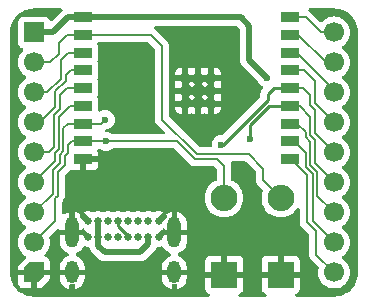
<source format=gbr>
%TF.GenerationSoftware,KiCad,Pcbnew,8.0.4*%
%TF.CreationDate,2024-08-06T00:45:31-04:00*%
%TF.ProjectId,esp32-c3-wroom-socket,65737033-322d-4633-932d-77726f6f6d2d,rev?*%
%TF.SameCoordinates,Original*%
%TF.FileFunction,Copper,L1,Top*%
%TF.FilePolarity,Positive*%
%FSLAX46Y46*%
G04 Gerber Fmt 4.6, Leading zero omitted, Abs format (unit mm)*
G04 Created by KiCad (PCBNEW 8.0.4) date 2024-08-06 00:45:31*
%MOMM*%
%LPD*%
G01*
G04 APERTURE LIST*
G04 Aperture macros list*
%AMOutline5P*
0 Free polygon, 5 corners , with rotation*
0 The origin of the aperture is its center*
0 number of corners: always 5*
0 $1 to $10 corner X, Y*
0 $11 Rotation angle, in degrees counterclockwise*
0 create outline with 5 corners*
4,1,5,$1,$2,$3,$4,$5,$6,$7,$8,$9,$10,$1,$2,$11*%
%AMOutline6P*
0 Free polygon, 6 corners , with rotation*
0 The origin of the aperture is its center*
0 number of corners: always 6*
0 $1 to $12 corner X, Y*
0 $13 Rotation angle, in degrees counterclockwise*
0 create outline with 6 corners*
4,1,6,$1,$2,$3,$4,$5,$6,$7,$8,$9,$10,$11,$12,$1,$2,$13*%
%AMOutline7P*
0 Free polygon, 7 corners , with rotation*
0 The origin of the aperture is its center*
0 number of corners: always 7*
0 $1 to $14 corner X, Y*
0 $15 Rotation angle, in degrees counterclockwise*
0 create outline with 7 corners*
4,1,7,$1,$2,$3,$4,$5,$6,$7,$8,$9,$10,$11,$12,$13,$14,$1,$2,$15*%
%AMOutline8P*
0 Free polygon, 8 corners , with rotation*
0 The origin of the aperture is its center*
0 number of corners: always 8*
0 $1 to $16 corner X, Y*
0 $17 Rotation angle, in degrees counterclockwise*
0 create outline with 8 corners*
4,1,8,$1,$2,$3,$4,$5,$6,$7,$8,$9,$10,$11,$12,$13,$14,$15,$16,$1,$2,$17*%
G04 Aperture macros list end*
%TA.AperFunction,SMDPad,CuDef*%
%ADD10R,1.500000X0.900000*%
%TD*%
%TA.AperFunction,SMDPad,CuDef*%
%ADD11R,0.700000X0.700000*%
%TD*%
%TA.AperFunction,ComponentPad*%
%ADD12C,0.400000*%
%TD*%
%TA.AperFunction,SMDPad,CuDef*%
%ADD13R,2.250000X2.250000*%
%TD*%
%TA.AperFunction,SMDPad,CuDef*%
%ADD14O,2.250000X2.250000*%
%TD*%
%TA.AperFunction,ComponentPad*%
%ADD15C,0.660400*%
%TD*%
%TA.AperFunction,ComponentPad*%
%ADD16O,1.117600X1.905000*%
%TD*%
%TA.AperFunction,ComponentPad*%
%ADD17O,1.117600X2.616200*%
%TD*%
%TA.AperFunction,ComponentPad*%
%ADD18R,1.700000X1.700000*%
%TD*%
%TA.AperFunction,ComponentPad*%
%ADD19C,1.700000*%
%TD*%
%TA.AperFunction,ComponentPad*%
%ADD20Outline6P,-0.850000X0.340000X-0.340000X0.850000X0.850000X0.850000X0.850000X-0.340000X0.340000X-0.850000X-0.850000X-0.850000X0.000000*%
%TD*%
%TA.AperFunction,ViaPad*%
%ADD21C,0.600000*%
%TD*%
%TA.AperFunction,Conductor*%
%ADD22C,0.200000*%
%TD*%
%TA.AperFunction,Conductor*%
%ADD23C,0.500000*%
%TD*%
%TA.AperFunction,Conductor*%
%ADD24C,0.250000*%
%TD*%
G04 APERTURE END LIST*
D10*
%TO.P,U1,1,3V3*%
%TO.N,3V3*%
X148190000Y-58200000D03*
%TO.P,U1,2,EN*%
%TO.N,EN*%
X148190000Y-59700000D03*
%TO.P,U1,3,IO4*%
%TO.N,GPIO4*%
X148190000Y-61200000D03*
%TO.P,U1,4,IO5*%
%TO.N,GPIO5*%
X148190000Y-62700000D03*
%TO.P,U1,5,IO6*%
%TO.N,GPIO6*%
X148190000Y-64200000D03*
%TO.P,U1,6,IO7*%
%TO.N,GPIO7*%
X148190000Y-65700000D03*
%TO.P,U1,7,IO8*%
%TO.N,GPIO8*%
X148190000Y-67200000D03*
%TO.P,U1,8,IO9*%
%TO.N,GPIO9*%
X148190000Y-68700000D03*
%TO.P,U1,9,GND*%
%TO.N,GND*%
X148190000Y-70200000D03*
%TO.P,U1,10,IO10*%
%TO.N,GPIO10*%
X165690000Y-70200000D03*
%TO.P,U1,11,RXD*%
%TO.N,UART-RX*%
X165690000Y-68700000D03*
%TO.P,U1,12,TXD*%
%TO.N,UART-TX*%
X165690000Y-67200000D03*
%TO.P,U1,13,IO18*%
%TO.N,USB_D-*%
X165690000Y-65700000D03*
%TO.P,U1,14,IO19*%
%TO.N,USB_D+*%
X165690000Y-64200000D03*
%TO.P,U1,15,IO3*%
%TO.N,GPIO3*%
X165690000Y-62700000D03*
%TO.P,U1,16,IO2*%
%TO.N,GPIO2*%
X165690000Y-61200000D03*
%TO.P,U1,17,IO1*%
%TO.N,GPIO1*%
X165690000Y-59700000D03*
%TO.P,U1,18,IO0*%
%TO.N,GPIO0*%
X165690000Y-58200000D03*
D11*
%TO.P,U1,19,GND__1*%
%TO.N,GND*%
X156800000Y-63300000D03*
%TO.P,U1,20,GND__2*%
X157900000Y-63300000D03*
%TO.P,U1,21,GND__3*%
X159000000Y-63300000D03*
%TO.P,U1,22,GND__4*%
X156800000Y-64400000D03*
%TO.P,U1,23,GND__5*%
X157900000Y-64400000D03*
%TO.P,U1,24,GND__6*%
X159000000Y-64400000D03*
%TO.P,U1,25,GND__7*%
X156800000Y-65500000D03*
%TO.P,U1,26,GND__8*%
X157900000Y-65500000D03*
%TO.P,U1,27,GND__9*%
X159000000Y-65500000D03*
D12*
%TO.P,U1,28,GND__10*%
X157350000Y-63300000D03*
%TO.P,U1,29,GND__11*%
X158450000Y-63300000D03*
%TO.P,U1,30,GND__12*%
X156800000Y-63850000D03*
%TO.P,U1,31,GND__13*%
X157900000Y-63850000D03*
%TO.P,U1,32,GND__14*%
X159000000Y-63850000D03*
%TO.P,U1,33,GND__15*%
X157350000Y-64400000D03*
%TO.P,U1,34,GND__16*%
X158450000Y-64400000D03*
%TO.P,U1,35,GND__17*%
X156800000Y-64950000D03*
%TO.P,U1,36,GND__18*%
X157900000Y-64950000D03*
%TO.P,U1,37,GND__19*%
X159000000Y-64950000D03*
%TO.P,U1,38,GND__20*%
X157350000Y-65500000D03*
%TO.P,U1,39,GND__21*%
X158450000Y-65500000D03*
%TD*%
D13*
%TO.P,SW1,1,1*%
%TO.N,GND*%
X160100000Y-80000000D03*
D14*
%TO.P,SW1,2,2*%
%TO.N,GPIO9*%
X160100000Y-73500000D03*
%TD*%
D15*
%TO.P,J4,A1,GND*%
%TO.N,GND*%
X148600015Y-75435000D03*
%TO.P,J4,A4,VBUS*%
%TO.N,VBUS*%
X149450016Y-75435000D03*
%TO.P,J4,A5,CC1*%
%TO.N,Net-(J4-CC1)*%
X150300014Y-75435000D03*
%TO.P,J4,A6,D+*%
%TO.N,USB_D+*%
X151150015Y-75435000D03*
%TO.P,J4,A7,D-*%
%TO.N,USB_D-*%
X152000016Y-75435000D03*
%TO.P,J4,A8,SBU1*%
%TO.N,unconnected-(J4-SBU1-PadA8)*%
X152850017Y-75435000D03*
%TO.P,J4,A9,VBUS*%
%TO.N,VBUS*%
X153700015Y-75435000D03*
%TO.P,J4,A12,GND*%
%TO.N,GND*%
X154550016Y-75435000D03*
%TO.P,J4,B1,GND*%
X154550016Y-76785000D03*
%TO.P,J4,B4,VBUS*%
%TO.N,VBUS*%
X153700015Y-76785000D03*
%TO.P,J4,B5,CC2*%
%TO.N,Net-(J4-CC2)*%
X152850017Y-76785000D03*
%TO.P,J4,B6,D+*%
%TO.N,USB_D+*%
X152000016Y-76785000D03*
%TO.P,J4,B7,D-*%
%TO.N,USB_D-*%
X151150015Y-76785000D03*
%TO.P,J4,B8,SBU2*%
%TO.N,unconnected-(J4-SBU2-PadB8)*%
X150300014Y-76785000D03*
%TO.P,J4,B9,VBUS*%
%TO.N,VBUS*%
X149450016Y-76785000D03*
%TO.P,J4,B12,GND*%
%TO.N,GND*%
X148600015Y-76785000D03*
D16*
%TO.P,J4,S1,SHIELD*%
X147250030Y-79800000D03*
%TO.P,J4,S2,SHIELD*%
X155900000Y-79800000D03*
D17*
%TO.P,J4,S3,SHIELD*%
X147250015Y-76415001D03*
%TO.P,J4,S4,SHIELD*%
X155900000Y-76415000D03*
%TD*%
D18*
%TO.P,J2,1*%
%TO.N,3V3*%
X144010000Y-59480000D03*
D19*
%TO.P,J2,2*%
%TO.N,EN*%
X144010000Y-62020000D03*
%TO.P,J2,3*%
%TO.N,GPIO4*%
X144010000Y-64560000D03*
%TO.P,J2,4*%
%TO.N,GPIO5*%
X144010000Y-67100000D03*
%TO.P,J2,5*%
%TO.N,GPIO6*%
X144010000Y-69640000D03*
%TO.P,J2,6*%
%TO.N,GPIO7*%
X144010000Y-72180000D03*
%TO.P,J2,7*%
%TO.N,GPIO8*%
X144010000Y-74720000D03*
%TO.P,J2,8*%
%TO.N,GPIO9*%
X144010000Y-77260000D03*
D20*
%TO.P,J2,9*%
%TO.N,GND*%
X144010000Y-79800000D03*
D19*
%TO.P,J2,10*%
%TO.N,GPIO10*%
X169410000Y-79800000D03*
%TO.P,J2,11*%
%TO.N,UART-RX*%
X169410000Y-77260000D03*
%TO.P,J2,12*%
%TO.N,UART-TX*%
X169410000Y-74720000D03*
%TO.P,J2,13*%
%TO.N,USB_D-*%
X169410000Y-72180000D03*
%TO.P,J2,14*%
%TO.N,USB_D+*%
X169410000Y-69640000D03*
%TO.P,J2,15*%
%TO.N,GPIO3*%
X169410000Y-67100000D03*
%TO.P,J2,16*%
%TO.N,GPIO2*%
X169410000Y-64560000D03*
%TO.P,J2,17*%
%TO.N,GPIO1*%
X169410000Y-62020000D03*
%TO.P,J2,18*%
%TO.N,GPIO0*%
X169410000Y-59480000D03*
%TD*%
D13*
%TO.P,SW2,1,1*%
%TO.N,GND*%
X164900000Y-80000000D03*
D14*
%TO.P,SW2,2,2*%
%TO.N,EN*%
X164900000Y-73500000D03*
%TD*%
D21*
%TO.N,GND*%
X163700000Y-77000000D03*
X156300000Y-61900000D03*
X162100000Y-77000000D03*
X160700000Y-61700000D03*
X157900000Y-61900000D03*
X150300000Y-65000000D03*
X157100000Y-61900000D03*
X160700000Y-62500000D03*
X162900000Y-77000000D03*
X158700000Y-61900000D03*
X160700000Y-63300000D03*
%TO.N,USB_D+*%
X159875000Y-68975000D03*
%TO.N,USB_D-*%
X162300000Y-68500000D03*
%TO.N,GPIO8*%
X150050000Y-66850000D03*
%TO.N,GPIO9*%
X150100000Y-68700000D03*
%TO.N,3V3*%
X163700000Y-63300000D03*
%TD*%
D22*
%TO.N,GPIO3*%
X166900000Y-62700000D02*
X167800000Y-63600000D01*
X167800000Y-65490000D02*
X169410000Y-67100000D01*
X167800000Y-63600000D02*
X167800000Y-65490000D01*
X165690000Y-62700000D02*
X166900000Y-62700000D01*
%TO.N,GPIO2*%
X165690000Y-61200000D02*
X166300000Y-61200000D01*
X166300000Y-61200000D02*
X169410000Y-64310000D01*
X169410000Y-64310000D02*
X169410000Y-64560000D01*
%TO.N,GPIO1*%
X165690000Y-59700000D02*
X166400000Y-59700000D01*
X166400000Y-59700000D02*
X168720000Y-62020000D01*
X168720000Y-62020000D02*
X169410000Y-62020000D01*
%TO.N,GPIO0*%
X168280000Y-59480000D02*
X167000000Y-58200000D01*
X167000000Y-58200000D02*
X165690000Y-58200000D01*
X169410000Y-59480000D02*
X168280000Y-59480000D01*
%TO.N,GPIO4*%
X148190000Y-61200000D02*
X146900000Y-61200000D01*
X146900000Y-61200000D02*
X146300000Y-61800000D01*
X146300000Y-63400000D02*
X145140000Y-64560000D01*
X146300000Y-61800000D02*
X146300000Y-63400000D01*
X145140000Y-64560000D02*
X144010000Y-64560000D01*
D23*
%TO.N,VBUS*%
X153000000Y-78100000D02*
X153700015Y-77399985D01*
X149450016Y-76785000D02*
X149450016Y-77550016D01*
X153700015Y-77399985D02*
X153700015Y-76785000D01*
X149450016Y-75435000D02*
X149450016Y-76785000D01*
X149450016Y-77550016D02*
X150000000Y-78100000D01*
X150000000Y-78100000D02*
X153000000Y-78100000D01*
D22*
%TO.N,GPIO7*%
X148190000Y-65700000D02*
X147015686Y-65700000D01*
X146100000Y-66615686D02*
X146100000Y-69358628D01*
X146100000Y-69358628D02*
X145800000Y-69658628D01*
X145800000Y-69658628D02*
X145800000Y-70390000D01*
X147015686Y-65700000D02*
X146100000Y-66615686D01*
X145800000Y-70390000D02*
X144010000Y-72180000D01*
D24*
%TO.N,USB_D+*%
X163800000Y-65175000D02*
X163800000Y-64700000D01*
D22*
X167400000Y-65655686D02*
X167800000Y-66055686D01*
X167800000Y-66055686D02*
X167800000Y-68030000D01*
D24*
X164300000Y-64200000D02*
X165690000Y-64200000D01*
D22*
X166800000Y-64200000D02*
X167400000Y-64800000D01*
X167400000Y-64800000D02*
X167400000Y-65655686D01*
D24*
X163800000Y-64700000D02*
X164300000Y-64200000D01*
X152000016Y-76708408D02*
X152000016Y-76785000D01*
D22*
X167800000Y-68030000D02*
X169410000Y-69640000D01*
X165690000Y-64200000D02*
X166800000Y-64200000D01*
D24*
X151150015Y-75858407D02*
X152000016Y-76708408D01*
X151150015Y-75435000D02*
X151150015Y-75858407D01*
X160000000Y-68975000D02*
X163800000Y-65175000D01*
X159875000Y-68975000D02*
X160000000Y-68975000D01*
D22*
%TO.N,UART-RX*%
X167000000Y-69710000D02*
X167000000Y-70901372D01*
X167600000Y-71501372D02*
X167600000Y-75450000D01*
X165990000Y-68700000D02*
X167000000Y-69710000D01*
X165690000Y-68700000D02*
X165990000Y-68700000D01*
X167000000Y-70901372D02*
X167600000Y-71501372D01*
X167600000Y-75450000D02*
X169410000Y-77260000D01*
D24*
%TO.N,USB_D-*%
X163911396Y-65700000D02*
X165690000Y-65700000D01*
D22*
X166500000Y-65700000D02*
X167400000Y-66600000D01*
X167400000Y-68195686D02*
X167800000Y-68595686D01*
X167800000Y-70570000D02*
X169410000Y-72180000D01*
D24*
X162300000Y-67311396D02*
X163911396Y-65700000D01*
D22*
X167800000Y-68595686D02*
X167800000Y-70570000D01*
D24*
X162300000Y-68500000D02*
X162300000Y-67311396D01*
D22*
X167400000Y-66600000D02*
X167400000Y-68195686D01*
X165690000Y-65700000D02*
X166500000Y-65700000D01*
%TO.N,GPIO5*%
X148190000Y-62700000D02*
X147100000Y-62700000D01*
X145800000Y-65784314D02*
X144484314Y-67100000D01*
X146700000Y-63100000D02*
X146700000Y-63565686D01*
X146700000Y-63565686D02*
X145800000Y-64465686D01*
X145800000Y-64465686D02*
X145800000Y-65784314D01*
X144484314Y-67100000D02*
X144010000Y-67100000D01*
X147100000Y-62700000D02*
X146700000Y-63100000D01*
%TO.N,GPIO8*%
X146200000Y-69824313D02*
X146200000Y-70555686D01*
X145600000Y-71155686D02*
X145600000Y-73130000D01*
X145600000Y-73130000D02*
X144010000Y-74720000D01*
X146499999Y-69524314D02*
X146200000Y-69824313D01*
X146200000Y-70555686D02*
X145600000Y-71155686D01*
X150050000Y-66850000D02*
X149700000Y-67200000D01*
X146500000Y-67600000D02*
X146499999Y-69524314D01*
X149700000Y-67200000D02*
X148190000Y-67200000D01*
X148190000Y-67200000D02*
X146900000Y-67200000D01*
X146900000Y-67200000D02*
X146500000Y-67600000D01*
%TO.N,UART-TX*%
X167400000Y-68761372D02*
X167400000Y-70735686D01*
X167400000Y-70735686D02*
X168000000Y-71335686D01*
X165690000Y-67200000D02*
X166300000Y-67200000D01*
X167000000Y-68361372D02*
X167400000Y-68761372D01*
X168000000Y-71335686D02*
X168000000Y-73310000D01*
X167000000Y-67900000D02*
X167000000Y-68361372D01*
X166300000Y-67200000D02*
X167000000Y-67900000D01*
X168000000Y-73310000D02*
X169410000Y-74720000D01*
%TO.N,GPIO10*%
X167900000Y-76315686D02*
X167900000Y-78290000D01*
X165732942Y-70200000D02*
X167100000Y-71567058D01*
X167900000Y-78290000D02*
X169410000Y-79800000D01*
X165690000Y-70200000D02*
X165732942Y-70200000D01*
X167100000Y-71567058D02*
X167100000Y-75515686D01*
X167100000Y-75515686D02*
X167900000Y-76315686D01*
%TO.N,EN*%
X153900000Y-59700000D02*
X154850000Y-60650000D01*
X146800000Y-59700000D02*
X146100000Y-60400000D01*
X154850000Y-66850000D02*
X157800000Y-69800000D01*
X145380000Y-62020000D02*
X144010000Y-62020000D01*
X148190000Y-59700000D02*
X153900000Y-59700000D01*
X154850000Y-60650000D02*
X154850000Y-66850000D01*
X163400000Y-72000000D02*
X164900000Y-73500000D01*
X146100000Y-60400000D02*
X146100000Y-61300000D01*
X157800000Y-69800000D02*
X162200000Y-69800000D01*
X162200000Y-69800000D02*
X163400000Y-71000000D01*
X163400000Y-71000000D02*
X163400000Y-72000000D01*
X148190000Y-59700000D02*
X146800000Y-59700000D01*
X146100000Y-61300000D02*
X145380000Y-62020000D01*
%TO.N,GPIO9*%
X145800000Y-75470000D02*
X144010000Y-77260000D01*
X147200000Y-68700000D02*
X146900000Y-69000000D01*
X146000000Y-73295686D02*
X145800000Y-73495686D01*
X148190000Y-68700000D02*
X147200000Y-68700000D01*
X150100000Y-68700000D02*
X156134314Y-68700000D01*
X159500000Y-70200000D02*
X160100000Y-70800000D01*
X145800000Y-73495686D02*
X145800000Y-75470000D01*
X146600000Y-70721372D02*
X146000000Y-71321372D01*
X150100000Y-68700000D02*
X148190000Y-68700000D01*
X146665685Y-69924314D02*
X146600000Y-69989999D01*
X146600000Y-69989999D02*
X146600000Y-70721372D01*
X160100000Y-70800000D02*
X160100000Y-73500000D01*
X146900000Y-69000000D02*
X146900000Y-69690000D01*
X156134314Y-68700000D02*
X157634314Y-70200000D01*
X146000000Y-71321372D02*
X146000000Y-73295686D01*
X157634314Y-70200000D02*
X159500000Y-70200000D01*
X146900000Y-69690000D02*
X146665685Y-69924314D01*
D23*
%TO.N,3V3*%
X146900000Y-58200000D02*
X145620000Y-59480000D01*
X162200000Y-58900000D02*
X161500000Y-58200000D01*
X145620000Y-59480000D02*
X144010000Y-59480000D01*
X163700000Y-63300000D02*
X162200000Y-61800000D01*
X162200000Y-61800000D02*
X162200000Y-58900000D01*
X161500000Y-58200000D02*
X148190000Y-58200000D01*
X148190000Y-58200000D02*
X146900000Y-58200000D01*
D22*
%TO.N,GPIO6*%
X146200000Y-64800000D02*
X146200000Y-65950000D01*
X145700000Y-69192942D02*
X145252942Y-69640000D01*
X148190000Y-64200000D02*
X146800000Y-64200000D01*
X145700000Y-66450000D02*
X145700000Y-69192942D01*
X145252942Y-69640000D02*
X144010000Y-69640000D01*
X146200000Y-65950000D02*
X145700000Y-66450000D01*
X146800000Y-64200000D02*
X146200000Y-64800000D01*
%TD*%
%TA.AperFunction,Conductor*%
%TO.N,GND*%
G36*
X146365809Y-57460185D02*
G01*
X146411564Y-57512989D01*
X146421508Y-57582147D01*
X146392483Y-57645703D01*
X146386451Y-57652181D01*
X145534541Y-58504090D01*
X145473218Y-58537575D01*
X145403526Y-58532591D01*
X145347593Y-58490719D01*
X145330678Y-58459742D01*
X145303797Y-58387671D01*
X145303793Y-58387664D01*
X145217547Y-58272455D01*
X145217544Y-58272452D01*
X145102335Y-58186206D01*
X145102328Y-58186202D01*
X144967482Y-58135908D01*
X144967483Y-58135908D01*
X144907883Y-58129501D01*
X144907881Y-58129500D01*
X144907873Y-58129500D01*
X144907864Y-58129500D01*
X143112129Y-58129500D01*
X143112123Y-58129501D01*
X143052516Y-58135908D01*
X142917671Y-58186202D01*
X142917664Y-58186206D01*
X142802455Y-58272452D01*
X142802452Y-58272455D01*
X142716206Y-58387664D01*
X142716202Y-58387671D01*
X142665908Y-58522517D01*
X142659501Y-58582116D01*
X142659500Y-58582135D01*
X142659500Y-60377870D01*
X142659501Y-60377876D01*
X142665908Y-60437483D01*
X142716202Y-60572328D01*
X142716206Y-60572335D01*
X142802452Y-60687544D01*
X142802455Y-60687547D01*
X142917664Y-60773793D01*
X142917671Y-60773797D01*
X143049081Y-60822810D01*
X143105015Y-60864681D01*
X143129432Y-60930145D01*
X143114580Y-60998418D01*
X143093430Y-61026673D01*
X142971503Y-61148600D01*
X142835965Y-61342169D01*
X142835964Y-61342171D01*
X142736098Y-61556335D01*
X142736094Y-61556344D01*
X142674938Y-61784586D01*
X142674936Y-61784596D01*
X142654341Y-62019999D01*
X142654341Y-62020000D01*
X142674936Y-62255403D01*
X142674938Y-62255413D01*
X142736094Y-62483655D01*
X142736096Y-62483659D01*
X142736097Y-62483663D01*
X142823073Y-62670184D01*
X142835965Y-62697830D01*
X142835967Y-62697834D01*
X142971501Y-62891395D01*
X142971506Y-62891402D01*
X143138597Y-63058493D01*
X143138603Y-63058498D01*
X143324158Y-63188425D01*
X143367783Y-63243002D01*
X143374977Y-63312500D01*
X143343454Y-63374855D01*
X143324158Y-63391575D01*
X143138597Y-63521505D01*
X142971505Y-63688597D01*
X142835965Y-63882169D01*
X142835964Y-63882171D01*
X142736098Y-64096335D01*
X142736094Y-64096344D01*
X142674938Y-64324586D01*
X142674936Y-64324596D01*
X142654341Y-64559999D01*
X142654341Y-64560000D01*
X142674936Y-64795403D01*
X142674938Y-64795413D01*
X142736094Y-65023655D01*
X142736096Y-65023659D01*
X142736097Y-65023663D01*
X142788469Y-65135975D01*
X142835965Y-65237830D01*
X142835967Y-65237834D01*
X142971501Y-65431395D01*
X142971506Y-65431402D01*
X143138597Y-65598493D01*
X143138603Y-65598498D01*
X143324158Y-65728425D01*
X143367783Y-65783002D01*
X143374977Y-65852500D01*
X143343454Y-65914855D01*
X143324158Y-65931575D01*
X143138597Y-66061505D01*
X142971505Y-66228597D01*
X142835965Y-66422169D01*
X142835964Y-66422171D01*
X142736098Y-66636335D01*
X142736094Y-66636344D01*
X142674938Y-66864586D01*
X142674936Y-66864596D01*
X142654341Y-67099999D01*
X142654341Y-67100000D01*
X142674936Y-67335403D01*
X142674938Y-67335413D01*
X142736094Y-67563655D01*
X142736096Y-67563659D01*
X142736097Y-67563663D01*
X142835965Y-67777830D01*
X142835967Y-67777834D01*
X142917613Y-67894435D01*
X142960122Y-67955145D01*
X142971501Y-67971395D01*
X142971506Y-67971402D01*
X143138597Y-68138493D01*
X143138603Y-68138498D01*
X143324158Y-68268425D01*
X143367783Y-68323002D01*
X143374977Y-68392500D01*
X143343454Y-68454855D01*
X143324158Y-68471575D01*
X143138597Y-68601505D01*
X142971505Y-68768597D01*
X142835965Y-68962169D01*
X142835964Y-68962171D01*
X142736098Y-69176335D01*
X142736094Y-69176344D01*
X142674938Y-69404586D01*
X142674936Y-69404596D01*
X142654341Y-69639999D01*
X142654341Y-69640000D01*
X142674936Y-69875403D01*
X142674938Y-69875413D01*
X142736094Y-70103655D01*
X142736096Y-70103659D01*
X142736097Y-70103663D01*
X142767273Y-70170520D01*
X142835965Y-70317830D01*
X142835967Y-70317834D01*
X142971501Y-70511395D01*
X142971506Y-70511402D01*
X143138597Y-70678493D01*
X143138603Y-70678498D01*
X143324158Y-70808425D01*
X143367783Y-70863002D01*
X143374977Y-70932500D01*
X143343454Y-70994855D01*
X143324158Y-71011575D01*
X143138597Y-71141505D01*
X142971505Y-71308597D01*
X142835965Y-71502169D01*
X142835964Y-71502171D01*
X142736098Y-71716335D01*
X142736094Y-71716344D01*
X142674938Y-71944586D01*
X142674936Y-71944596D01*
X142654341Y-72179999D01*
X142654341Y-72180000D01*
X142674936Y-72415403D01*
X142674938Y-72415413D01*
X142736094Y-72643655D01*
X142736096Y-72643659D01*
X142736097Y-72643663D01*
X142749431Y-72672257D01*
X142835965Y-72857830D01*
X142835967Y-72857834D01*
X142971501Y-73051395D01*
X142971506Y-73051402D01*
X143138597Y-73218493D01*
X143138603Y-73218498D01*
X143324158Y-73348425D01*
X143367783Y-73403002D01*
X143374977Y-73472500D01*
X143343454Y-73534855D01*
X143324158Y-73551575D01*
X143138597Y-73681505D01*
X142971505Y-73848597D01*
X142835965Y-74042169D01*
X142835964Y-74042171D01*
X142736098Y-74256335D01*
X142736094Y-74256344D01*
X142674938Y-74484586D01*
X142674936Y-74484596D01*
X142654341Y-74719999D01*
X142654341Y-74720000D01*
X142674936Y-74955403D01*
X142674938Y-74955413D01*
X142736094Y-75183655D01*
X142736096Y-75183659D01*
X142736097Y-75183663D01*
X142772316Y-75261334D01*
X142835965Y-75397830D01*
X142835967Y-75397834D01*
X142944281Y-75552521D01*
X142950506Y-75561412D01*
X142971501Y-75591395D01*
X142971506Y-75591402D01*
X143138597Y-75758493D01*
X143138603Y-75758498D01*
X143324158Y-75888425D01*
X143367783Y-75943002D01*
X143374977Y-76012500D01*
X143343454Y-76074855D01*
X143324158Y-76091575D01*
X143138597Y-76221505D01*
X142971505Y-76388597D01*
X142835965Y-76582169D01*
X142835964Y-76582171D01*
X142736098Y-76796335D01*
X142736094Y-76796344D01*
X142674938Y-77024586D01*
X142674936Y-77024596D01*
X142654341Y-77259999D01*
X142654341Y-77260000D01*
X142674936Y-77495403D01*
X142674938Y-77495413D01*
X142736094Y-77723655D01*
X142736096Y-77723659D01*
X142736097Y-77723663D01*
X142835965Y-77937830D01*
X142971505Y-78131401D01*
X143138599Y-78298495D01*
X143283365Y-78399861D01*
X143297395Y-78409685D01*
X143341019Y-78464262D01*
X143348212Y-78533761D01*
X143316690Y-78596115D01*
X143313952Y-78598941D01*
X142777504Y-79135389D01*
X142777492Y-79135403D01*
X142725570Y-79202241D01*
X142725570Y-79202242D01*
X142670549Y-79335075D01*
X142660000Y-79419058D01*
X142660000Y-79550000D01*
X143576988Y-79550000D01*
X143544075Y-79607007D01*
X143510000Y-79734174D01*
X143510000Y-79865826D01*
X143544075Y-79992993D01*
X143576988Y-80050000D01*
X142660000Y-80050000D01*
X142660000Y-80697844D01*
X142666401Y-80757372D01*
X142666403Y-80757379D01*
X142716645Y-80892086D01*
X142716649Y-80892093D01*
X142802809Y-81007187D01*
X142802812Y-81007190D01*
X142917906Y-81093350D01*
X142917913Y-81093354D01*
X143052620Y-81143596D01*
X143052627Y-81143598D01*
X143112155Y-81149999D01*
X143112172Y-81150000D01*
X143760000Y-81150000D01*
X143760000Y-80233012D01*
X143817007Y-80265925D01*
X143944174Y-80300000D01*
X144075826Y-80300000D01*
X144202993Y-80265925D01*
X144260000Y-80233012D01*
X144260000Y-81150000D01*
X144390942Y-81150000D01*
X144390943Y-81149999D01*
X144474925Y-81139450D01*
X144607758Y-81084429D01*
X144674596Y-81032507D01*
X144674609Y-81032496D01*
X145242496Y-80464609D01*
X145242507Y-80464596D01*
X145294429Y-80397758D01*
X145294429Y-80397757D01*
X145349450Y-80264924D01*
X145359999Y-80180941D01*
X145360000Y-80180935D01*
X145360000Y-80050000D01*
X144443012Y-80050000D01*
X144475925Y-79992993D01*
X144510000Y-79865826D01*
X144510000Y-79734174D01*
X144475925Y-79607007D01*
X144443012Y-79550000D01*
X145360000Y-79550000D01*
X145360000Y-78902172D01*
X145359999Y-78902155D01*
X145353598Y-78842627D01*
X145353596Y-78842620D01*
X145303354Y-78707913D01*
X145303350Y-78707906D01*
X145217190Y-78592812D01*
X145217187Y-78592809D01*
X145102093Y-78506649D01*
X145102088Y-78506646D01*
X144970528Y-78457577D01*
X144914595Y-78415705D01*
X144890178Y-78350241D01*
X144905030Y-78281968D01*
X144926175Y-78253720D01*
X145048495Y-78131401D01*
X145184035Y-77937830D01*
X145283903Y-77723663D01*
X145345063Y-77495408D01*
X145365659Y-77260000D01*
X145345063Y-77024592D01*
X145310671Y-76896239D01*
X145312334Y-76826393D01*
X145342763Y-76776470D01*
X145985043Y-76134191D01*
X146046366Y-76100706D01*
X146116058Y-76105690D01*
X146160405Y-76134191D01*
X146191215Y-76165001D01*
X146625515Y-76165001D01*
X146692554Y-76184686D01*
X146738309Y-76237490D01*
X146749515Y-76289001D01*
X146749515Y-76541001D01*
X146729830Y-76608040D01*
X146677026Y-76653795D01*
X146625515Y-76665001D01*
X146191215Y-76665001D01*
X146191215Y-77268588D01*
X146231902Y-77473134D01*
X146231904Y-77473142D01*
X146311717Y-77665829D01*
X146427592Y-77839249D01*
X146575066Y-77986723D01*
X146748486Y-78102597D01*
X146913002Y-78170742D01*
X146967405Y-78214583D01*
X146989470Y-78280877D01*
X146972191Y-78348576D01*
X146921054Y-78396187D01*
X146913002Y-78399864D01*
X146748502Y-78468002D01*
X146575081Y-78583877D01*
X146427607Y-78731351D01*
X146311732Y-78904771D01*
X146231919Y-79097458D01*
X146231917Y-79097466D01*
X146191230Y-79302012D01*
X146191230Y-79550000D01*
X146620459Y-79550000D01*
X146687498Y-79569685D01*
X146726533Y-79614734D01*
X146728506Y-79613596D01*
X146732914Y-79621230D01*
X146733250Y-79622486D01*
X146733253Y-79622489D01*
X146735024Y-79626557D01*
X146735687Y-79628158D01*
X146734862Y-79628499D01*
X146749530Y-79683235D01*
X146749530Y-79916764D01*
X146734866Y-79971493D01*
X146735690Y-79971834D01*
X146735028Y-79973433D01*
X146734007Y-79974700D01*
X146732919Y-79978760D01*
X146732572Y-79979362D01*
X146732571Y-79979363D01*
X146728510Y-79986399D01*
X146725829Y-79984851D01*
X146691197Y-80027844D01*
X146624907Y-80049920D01*
X146620459Y-80050000D01*
X146191230Y-80050000D01*
X146191230Y-80297987D01*
X146231917Y-80502533D01*
X146231919Y-80502541D01*
X146311732Y-80695228D01*
X146427607Y-80868648D01*
X146575081Y-81016122D01*
X146748501Y-81131997D01*
X146941188Y-81211810D01*
X146941196Y-81211812D01*
X147000029Y-81223515D01*
X147000030Y-81223515D01*
X147000030Y-80863201D01*
X147019715Y-80796162D01*
X147072519Y-80750407D01*
X147141677Y-80740463D01*
X147156104Y-80743421D01*
X147176923Y-80749000D01*
X147176927Y-80749000D01*
X147323133Y-80749000D01*
X147323137Y-80749000D01*
X147343939Y-80743426D01*
X147413785Y-80745089D01*
X147471648Y-80784251D01*
X147499153Y-80848479D01*
X147500030Y-80863201D01*
X147500030Y-81223515D01*
X147558863Y-81211812D01*
X147558871Y-81211810D01*
X147751558Y-81131997D01*
X147924978Y-81016122D01*
X148072452Y-80868648D01*
X148188327Y-80695228D01*
X148268140Y-80502541D01*
X148268142Y-80502533D01*
X148308829Y-80297987D01*
X148308830Y-80297984D01*
X148308830Y-80050000D01*
X147879601Y-80050000D01*
X147812562Y-80030315D01*
X147773522Y-79985260D01*
X147771550Y-79986399D01*
X147767488Y-79979363D01*
X147767488Y-79979362D01*
X147767140Y-79978760D01*
X147766803Y-79977503D01*
X147765032Y-79973433D01*
X147764370Y-79971834D01*
X147765193Y-79971493D01*
X147750530Y-79916764D01*
X147750530Y-79683235D01*
X147765197Y-79628499D01*
X147764373Y-79628158D01*
X147765036Y-79626557D01*
X147766058Y-79625287D01*
X147767146Y-79621230D01*
X147771554Y-79613596D01*
X147774232Y-79615142D01*
X147808873Y-79572150D01*
X147875165Y-79550079D01*
X147879601Y-79550000D01*
X148308830Y-79550000D01*
X148308830Y-79302016D01*
X148308829Y-79302012D01*
X148268142Y-79097466D01*
X148268140Y-79097458D01*
X148188327Y-78904771D01*
X148072452Y-78731351D01*
X147924978Y-78583877D01*
X147751558Y-78468002D01*
X147587042Y-78399858D01*
X147532639Y-78356017D01*
X147510574Y-78289723D01*
X147527853Y-78222023D01*
X147578991Y-78174413D01*
X147587043Y-78170736D01*
X147751541Y-78102599D01*
X147924963Y-77986723D01*
X148072437Y-77839249D01*
X148188308Y-77665834D01*
X148188312Y-77665826D01*
X148194413Y-77651098D01*
X148238252Y-77596694D01*
X148304546Y-77574627D01*
X148335402Y-77578959D01*
X148335699Y-77577565D01*
X148512757Y-77615200D01*
X148596015Y-77615200D01*
X148663054Y-77634885D01*
X148708809Y-77687689D01*
X148717632Y-77715009D01*
X148728356Y-77768921D01*
X148728359Y-77768933D01*
X148784929Y-77905506D01*
X148784930Y-77905507D01*
X148784932Y-77905511D01*
X148806526Y-77937828D01*
X148806527Y-77937830D01*
X148867067Y-78028436D01*
X148867068Y-78028437D01*
X149521584Y-78682952D01*
X149521586Y-78682954D01*
X149551058Y-78702645D01*
X149595270Y-78732186D01*
X149644505Y-78765084D01*
X149644506Y-78765084D01*
X149644507Y-78765085D01*
X149644509Y-78765086D01*
X149674697Y-78777590D01*
X149781087Y-78821658D01*
X149781091Y-78821658D01*
X149781092Y-78821659D01*
X149926079Y-78850500D01*
X149926082Y-78850500D01*
X153073920Y-78850500D01*
X153191278Y-78827155D01*
X153218913Y-78821658D01*
X153355495Y-78765084D01*
X153404729Y-78732186D01*
X153404734Y-78732183D01*
X153429071Y-78715921D01*
X153478416Y-78682952D01*
X154282967Y-77878401D01*
X154332201Y-77804714D01*
X154365099Y-77755480D01*
X154391498Y-77691748D01*
X154435339Y-77637344D01*
X154501633Y-77615279D01*
X154506059Y-77615200D01*
X154637274Y-77615200D01*
X154814332Y-77577565D01*
X154814910Y-77580284D01*
X154872509Y-77578612D01*
X154932358Y-77614665D01*
X154955601Y-77651098D01*
X154961702Y-77665826D01*
X155077577Y-77839248D01*
X155225051Y-77986722D01*
X155398471Y-78102597D01*
X155562980Y-78170739D01*
X155617383Y-78214580D01*
X155639448Y-78280874D01*
X155622169Y-78348574D01*
X155571031Y-78396184D01*
X155562980Y-78399861D01*
X155398471Y-78468002D01*
X155225051Y-78583877D01*
X155077577Y-78731351D01*
X154961702Y-78904771D01*
X154881889Y-79097458D01*
X154881887Y-79097466D01*
X154841200Y-79302012D01*
X154841200Y-79550000D01*
X155270429Y-79550000D01*
X155337468Y-79569685D01*
X155376503Y-79614734D01*
X155378476Y-79613596D01*
X155382884Y-79621230D01*
X155383220Y-79622486D01*
X155383223Y-79622489D01*
X155384994Y-79626557D01*
X155385657Y-79628158D01*
X155384832Y-79628499D01*
X155399500Y-79683235D01*
X155399500Y-79916764D01*
X155384836Y-79971493D01*
X155385660Y-79971834D01*
X155384998Y-79973433D01*
X155383977Y-79974700D01*
X155382889Y-79978760D01*
X155382542Y-79979362D01*
X155382541Y-79979363D01*
X155378480Y-79986399D01*
X155375799Y-79984851D01*
X155341167Y-80027844D01*
X155274877Y-80049920D01*
X155270429Y-80050000D01*
X154841200Y-80050000D01*
X154841200Y-80297987D01*
X154881887Y-80502533D01*
X154881889Y-80502541D01*
X154961702Y-80695228D01*
X155077577Y-80868648D01*
X155225051Y-81016122D01*
X155398471Y-81131997D01*
X155591158Y-81211810D01*
X155591166Y-81211812D01*
X155649999Y-81223515D01*
X155650000Y-81223515D01*
X155650000Y-80863201D01*
X155669685Y-80796162D01*
X155722489Y-80750407D01*
X155791647Y-80740463D01*
X155806074Y-80743421D01*
X155826893Y-80749000D01*
X155826897Y-80749000D01*
X155973103Y-80749000D01*
X155973107Y-80749000D01*
X155993909Y-80743426D01*
X156063755Y-80745089D01*
X156121618Y-80784251D01*
X156149123Y-80848479D01*
X156150000Y-80863201D01*
X156150000Y-81223515D01*
X156208833Y-81211812D01*
X156208841Y-81211810D01*
X156401528Y-81131997D01*
X156574948Y-81016122D01*
X156722422Y-80868648D01*
X156838297Y-80695228D01*
X156918110Y-80502541D01*
X156918112Y-80502533D01*
X156958799Y-80297987D01*
X156958800Y-80297984D01*
X156958800Y-80050000D01*
X156529571Y-80050000D01*
X156462532Y-80030315D01*
X156423492Y-79985260D01*
X156421520Y-79986399D01*
X156417458Y-79979363D01*
X156417458Y-79979362D01*
X156417110Y-79978760D01*
X156416773Y-79977503D01*
X156415002Y-79973433D01*
X156414340Y-79971834D01*
X156415163Y-79971493D01*
X156400500Y-79916764D01*
X156400500Y-79683235D01*
X156415167Y-79628499D01*
X156414343Y-79628158D01*
X156415006Y-79626557D01*
X156416028Y-79625287D01*
X156417116Y-79621230D01*
X156421524Y-79613596D01*
X156424202Y-79615142D01*
X156458843Y-79572150D01*
X156525135Y-79550079D01*
X156529571Y-79550000D01*
X156958800Y-79550000D01*
X156958800Y-79302016D01*
X156958799Y-79302012D01*
X156918112Y-79097466D01*
X156918110Y-79097458D01*
X156838297Y-78904771D01*
X156786436Y-78827155D01*
X158475000Y-78827155D01*
X158475000Y-79750000D01*
X159850000Y-79750000D01*
X160350000Y-79750000D01*
X161725000Y-79750000D01*
X161725000Y-78827172D01*
X161724999Y-78827155D01*
X163275000Y-78827155D01*
X163275000Y-79750000D01*
X164650000Y-79750000D01*
X165150000Y-79750000D01*
X166525000Y-79750000D01*
X166525000Y-78827172D01*
X166524999Y-78827155D01*
X166518598Y-78767627D01*
X166518596Y-78767620D01*
X166468354Y-78632913D01*
X166468350Y-78632906D01*
X166382190Y-78517812D01*
X166382187Y-78517809D01*
X166267093Y-78431649D01*
X166267086Y-78431645D01*
X166132379Y-78381403D01*
X166132372Y-78381401D01*
X166072844Y-78375000D01*
X165150000Y-78375000D01*
X165150000Y-79750000D01*
X164650000Y-79750000D01*
X164650000Y-78375000D01*
X163727155Y-78375000D01*
X163667627Y-78381401D01*
X163667620Y-78381403D01*
X163532913Y-78431645D01*
X163532906Y-78431649D01*
X163417812Y-78517809D01*
X163417809Y-78517812D01*
X163331649Y-78632906D01*
X163331645Y-78632913D01*
X163281403Y-78767620D01*
X163281401Y-78767627D01*
X163275000Y-78827155D01*
X161724999Y-78827155D01*
X161718598Y-78767627D01*
X161718596Y-78767620D01*
X161668354Y-78632913D01*
X161668350Y-78632906D01*
X161582190Y-78517812D01*
X161582187Y-78517809D01*
X161467093Y-78431649D01*
X161467086Y-78431645D01*
X161332379Y-78381403D01*
X161332372Y-78381401D01*
X161272844Y-78375000D01*
X160350000Y-78375000D01*
X160350000Y-79750000D01*
X159850000Y-79750000D01*
X159850000Y-78375000D01*
X158927155Y-78375000D01*
X158867627Y-78381401D01*
X158867620Y-78381403D01*
X158732913Y-78431645D01*
X158732906Y-78431649D01*
X158617812Y-78517809D01*
X158617809Y-78517812D01*
X158531649Y-78632906D01*
X158531645Y-78632913D01*
X158481403Y-78767620D01*
X158481401Y-78767627D01*
X158475000Y-78827155D01*
X156786436Y-78827155D01*
X156722422Y-78731351D01*
X156574948Y-78583877D01*
X156401528Y-78468003D01*
X156237019Y-78399861D01*
X156182616Y-78356020D01*
X156160551Y-78289726D01*
X156177830Y-78222026D01*
X156228968Y-78174416D01*
X156237019Y-78170739D01*
X156401528Y-78102596D01*
X156574948Y-77986722D01*
X156722422Y-77839248D01*
X156838297Y-77665828D01*
X156918110Y-77473141D01*
X156918112Y-77473133D01*
X156958799Y-77268587D01*
X156958800Y-77268584D01*
X156958800Y-76665000D01*
X156524500Y-76665000D01*
X156457461Y-76645315D01*
X156411706Y-76592511D01*
X156400500Y-76541000D01*
X156400500Y-76289000D01*
X156420185Y-76221961D01*
X156472989Y-76176206D01*
X156524500Y-76165000D01*
X156958800Y-76165000D01*
X156958800Y-75561416D01*
X156958799Y-75561412D01*
X156918112Y-75356866D01*
X156918110Y-75356858D01*
X156838297Y-75164171D01*
X156722422Y-74990751D01*
X156574948Y-74843277D01*
X156401528Y-74727402D01*
X156208839Y-74647588D01*
X156208835Y-74647587D01*
X156150000Y-74635883D01*
X156150000Y-74996198D01*
X156130315Y-75063237D01*
X156077511Y-75108992D01*
X156008353Y-75118936D01*
X155993912Y-75115974D01*
X155973107Y-75110400D01*
X155826893Y-75110400D01*
X155806090Y-75115973D01*
X155736241Y-75114309D01*
X155678379Y-75075145D01*
X155650877Y-75010916D01*
X155650000Y-74996198D01*
X155650000Y-74635884D01*
X155649999Y-74635883D01*
X155591164Y-74647587D01*
X155591160Y-74647588D01*
X155398468Y-74727404D01*
X155398467Y-74727404D01*
X155225062Y-74843270D01*
X155225053Y-74843277D01*
X155209118Y-74859210D01*
X155256557Y-74906650D01*
X155290041Y-74967974D01*
X155285057Y-75037665D01*
X155256556Y-75082012D01*
X154739640Y-75598928D01*
X154678317Y-75632413D01*
X154615288Y-75627905D01*
X154665120Y-75607265D01*
X154722281Y-75550104D01*
X154753216Y-75475419D01*
X154753216Y-75394581D01*
X154722281Y-75319896D01*
X154665120Y-75262735D01*
X154590435Y-75231800D01*
X154509597Y-75231800D01*
X154507696Y-75232587D01*
X154504489Y-75222716D01*
X154502494Y-75152880D01*
X154534740Y-75096721D01*
X154934186Y-74697276D01*
X154807972Y-74641083D01*
X154637274Y-74604800D01*
X154462758Y-74604800D01*
X154292059Y-74641083D01*
X154292055Y-74641084D01*
X154176063Y-74692726D01*
X154106813Y-74702010D01*
X154075193Y-74692725D01*
X153958134Y-74640606D01*
X153958128Y-74640604D01*
X153823629Y-74612016D01*
X153787325Y-74604300D01*
X153612705Y-74604300D01*
X153576401Y-74612016D01*
X153441902Y-74640604D01*
X153414160Y-74652956D01*
X153325450Y-74692452D01*
X153256202Y-74701736D01*
X153224582Y-74692452D01*
X153108131Y-74640605D01*
X153108129Y-74640604D01*
X153108130Y-74640604D01*
X152973631Y-74612016D01*
X152937327Y-74604300D01*
X152762707Y-74604300D01*
X152732766Y-74610663D01*
X152591903Y-74640604D01*
X152591901Y-74640605D01*
X152475451Y-74692452D01*
X152406201Y-74701736D01*
X152374581Y-74692452D01*
X152258131Y-74640605D01*
X152258129Y-74640604D01*
X152123630Y-74612016D01*
X152087326Y-74604300D01*
X151912706Y-74604300D01*
X151882765Y-74610663D01*
X151741902Y-74640604D01*
X151741900Y-74640605D01*
X151625450Y-74692452D01*
X151556200Y-74701736D01*
X151524580Y-74692452D01*
X151408130Y-74640605D01*
X151408128Y-74640604D01*
X151273629Y-74612016D01*
X151237325Y-74604300D01*
X151062705Y-74604300D01*
X151032764Y-74610663D01*
X150891901Y-74640604D01*
X150891899Y-74640605D01*
X150775449Y-74692452D01*
X150706199Y-74701736D01*
X150674579Y-74692452D01*
X150558129Y-74640605D01*
X150558127Y-74640604D01*
X150423628Y-74612016D01*
X150387324Y-74604300D01*
X150212704Y-74604300D01*
X150176400Y-74612016D01*
X150041901Y-74640604D01*
X150014159Y-74652956D01*
X149925449Y-74692452D01*
X149856201Y-74701736D01*
X149824581Y-74692452D01*
X149708130Y-74640605D01*
X149708128Y-74640604D01*
X149708129Y-74640604D01*
X149573630Y-74612016D01*
X149537326Y-74604300D01*
X149362706Y-74604300D01*
X149332765Y-74610663D01*
X149191902Y-74640604D01*
X149191900Y-74640605D01*
X149074835Y-74692726D01*
X149005585Y-74702010D01*
X148973965Y-74692726D01*
X148857971Y-74641083D01*
X148687273Y-74604800D01*
X148512757Y-74604800D01*
X148342058Y-74641083D01*
X148215843Y-74697276D01*
X148615289Y-75096721D01*
X148648774Y-75158044D01*
X148645540Y-75222717D01*
X148642333Y-75232586D01*
X148640434Y-75231800D01*
X148559596Y-75231800D01*
X148484911Y-75262735D01*
X148427750Y-75319896D01*
X148396815Y-75394581D01*
X148396815Y-75475419D01*
X148427750Y-75550104D01*
X148484911Y-75607265D01*
X148529931Y-75625912D01*
X148493351Y-75635157D01*
X148427109Y-75612935D01*
X148410390Y-75598928D01*
X147893473Y-75082011D01*
X147859988Y-75020688D01*
X147864972Y-74950996D01*
X147893473Y-74906649D01*
X147940903Y-74859219D01*
X147940903Y-74859218D01*
X147924963Y-74843278D01*
X147751543Y-74727403D01*
X147558854Y-74647589D01*
X147558850Y-74647588D01*
X147500015Y-74635884D01*
X147500015Y-74996199D01*
X147480330Y-75063238D01*
X147427526Y-75108993D01*
X147358368Y-75118937D01*
X147343927Y-75115975D01*
X147323122Y-75110401D01*
X147176908Y-75110401D01*
X147156105Y-75115974D01*
X147086256Y-75114310D01*
X147028394Y-75075146D01*
X147000892Y-75010917D01*
X147000015Y-74996199D01*
X147000015Y-74635885D01*
X147000014Y-74635884D01*
X146941179Y-74647588D01*
X146941175Y-74647589D01*
X146748486Y-74727404D01*
X146593390Y-74831035D01*
X146526712Y-74851912D01*
X146459332Y-74833427D01*
X146412643Y-74781448D01*
X146400500Y-74727932D01*
X146400500Y-73795784D01*
X146420185Y-73728745D01*
X146436820Y-73708102D01*
X146480517Y-73664405D01*
X146480517Y-73664404D01*
X146480520Y-73664402D01*
X146559577Y-73527470D01*
X146600501Y-73374743D01*
X146600501Y-73216628D01*
X146600501Y-73209033D01*
X146600500Y-73209015D01*
X146600500Y-71621468D01*
X146620185Y-71554429D01*
X146636815Y-71533791D01*
X146968713Y-71201893D01*
X146968716Y-71201892D01*
X147054234Y-71116373D01*
X147115553Y-71082891D01*
X147185245Y-71087875D01*
X147194253Y-71091989D01*
X147332620Y-71143596D01*
X147332627Y-71143598D01*
X147392155Y-71149999D01*
X147392172Y-71150000D01*
X147940000Y-71150000D01*
X148440000Y-71150000D01*
X148987828Y-71150000D01*
X148987844Y-71149999D01*
X149047372Y-71143598D01*
X149047379Y-71143596D01*
X149182086Y-71093354D01*
X149182093Y-71093350D01*
X149297187Y-71007190D01*
X149297190Y-71007187D01*
X149383350Y-70892093D01*
X149383354Y-70892086D01*
X149433596Y-70757379D01*
X149433598Y-70757372D01*
X149439999Y-70697844D01*
X149440000Y-70697827D01*
X149440000Y-70450000D01*
X148440000Y-70450000D01*
X148440000Y-71150000D01*
X147940000Y-71150000D01*
X147940000Y-70074000D01*
X147959685Y-70006961D01*
X148012489Y-69961206D01*
X148064000Y-69950000D01*
X149440000Y-69950000D01*
X149440000Y-69702172D01*
X149439999Y-69702155D01*
X149433598Y-69642627D01*
X149433597Y-69642623D01*
X149380253Y-69499602D01*
X149382069Y-69498924D01*
X149369616Y-69441684D01*
X149381571Y-69400966D01*
X149380697Y-69400640D01*
X149387961Y-69381165D01*
X149429832Y-69325232D01*
X149495297Y-69300816D01*
X149504142Y-69300500D01*
X149517588Y-69300500D01*
X149584627Y-69320185D01*
X149594903Y-69327555D01*
X149597736Y-69329814D01*
X149597738Y-69329816D01*
X149750478Y-69425789D01*
X149920745Y-69485368D01*
X149920750Y-69485369D01*
X150099996Y-69505565D01*
X150100000Y-69505565D01*
X150100004Y-69505565D01*
X150279249Y-69485369D01*
X150279252Y-69485368D01*
X150279255Y-69485368D01*
X150449522Y-69425789D01*
X150602262Y-69329816D01*
X150602267Y-69329810D01*
X150605097Y-69327555D01*
X150607275Y-69326665D01*
X150608158Y-69326111D01*
X150608255Y-69326265D01*
X150669783Y-69301145D01*
X150682412Y-69300500D01*
X155834217Y-69300500D01*
X155901256Y-69320185D01*
X155921898Y-69336819D01*
X157149453Y-70564374D01*
X157149463Y-70564385D01*
X157153793Y-70568715D01*
X157153794Y-70568716D01*
X157265598Y-70680520D01*
X157265600Y-70680521D01*
X157265604Y-70680524D01*
X157398711Y-70757372D01*
X157402530Y-70759577D01*
X157504762Y-70786970D01*
X157504761Y-70786970D01*
X157515431Y-70789829D01*
X157555256Y-70800500D01*
X157555257Y-70800500D01*
X159199903Y-70800500D01*
X159266942Y-70820185D01*
X159287584Y-70836819D01*
X159463181Y-71012416D01*
X159496666Y-71073739D01*
X159499500Y-71100097D01*
X159499500Y-71906452D01*
X159479815Y-71973491D01*
X159427011Y-72019246D01*
X159422954Y-72021012D01*
X159359762Y-72047187D01*
X159359757Y-72047190D01*
X159141603Y-72180875D01*
X159141598Y-72180878D01*
X158947044Y-72347044D01*
X158780878Y-72541598D01*
X158780875Y-72541603D01*
X158647190Y-72759757D01*
X158647188Y-72759760D01*
X158549279Y-72996135D01*
X158489547Y-73244935D01*
X158469474Y-73500000D01*
X158489547Y-73755064D01*
X158549279Y-74003864D01*
X158647188Y-74240239D01*
X158647190Y-74240242D01*
X158780875Y-74458396D01*
X158780878Y-74458401D01*
X158803251Y-74484596D01*
X158947044Y-74652956D01*
X159034212Y-74727404D01*
X159141598Y-74819121D01*
X159141600Y-74819122D01*
X159141601Y-74819123D01*
X159195108Y-74851912D01*
X159359757Y-74952809D01*
X159359760Y-74952811D01*
X159596135Y-75050720D01*
X159596140Y-75050722D01*
X159844930Y-75110452D01*
X160100000Y-75130526D01*
X160355070Y-75110452D01*
X160603860Y-75050722D01*
X160748643Y-74990751D01*
X160840239Y-74952811D01*
X160840240Y-74952810D01*
X160840243Y-74952809D01*
X161058399Y-74819123D01*
X161252956Y-74652956D01*
X161419123Y-74458399D01*
X161552809Y-74240243D01*
X161650722Y-74003860D01*
X161710452Y-73755070D01*
X161730526Y-73500000D01*
X161710452Y-73244930D01*
X161650722Y-72996140D01*
X161622839Y-72928824D01*
X161552811Y-72759760D01*
X161552809Y-72759757D01*
X161481667Y-72643664D01*
X161419123Y-72541601D01*
X161419122Y-72541600D01*
X161419121Y-72541598D01*
X161359319Y-72471579D01*
X161252956Y-72347044D01*
X161118005Y-72231785D01*
X161058401Y-72180878D01*
X161058396Y-72180875D01*
X160840242Y-72047190D01*
X160840237Y-72047187D01*
X160777046Y-72021012D01*
X160722643Y-71977171D01*
X160700579Y-71910876D01*
X160700500Y-71906452D01*
X160700500Y-70720946D01*
X160700499Y-70720939D01*
X160689669Y-70680520D01*
X160659577Y-70568215D01*
X160659575Y-70568213D01*
X160657473Y-70560365D01*
X160659811Y-70559738D01*
X160653656Y-70502483D01*
X160684931Y-70440004D01*
X160745020Y-70404352D01*
X160775686Y-70400500D01*
X161899903Y-70400500D01*
X161966942Y-70420185D01*
X161987584Y-70436819D01*
X162763181Y-71212416D01*
X162796666Y-71273739D01*
X162799500Y-71300097D01*
X162799500Y-71913330D01*
X162799499Y-71913348D01*
X162799499Y-72079054D01*
X162799498Y-72079054D01*
X162840423Y-72231786D01*
X162856167Y-72259053D01*
X162856168Y-72259058D01*
X162856170Y-72259058D01*
X162919479Y-72368714D01*
X162919481Y-72368717D01*
X163038349Y-72487585D01*
X163038355Y-72487590D01*
X163348574Y-72797809D01*
X163382059Y-72859132D01*
X163377075Y-72928824D01*
X163375455Y-72932942D01*
X163349278Y-72996140D01*
X163336011Y-73051401D01*
X163289547Y-73244935D01*
X163269474Y-73500000D01*
X163289547Y-73755064D01*
X163349279Y-74003864D01*
X163447188Y-74240239D01*
X163447190Y-74240242D01*
X163580875Y-74458396D01*
X163580878Y-74458401D01*
X163603251Y-74484596D01*
X163747044Y-74652956D01*
X163834212Y-74727404D01*
X163941598Y-74819121D01*
X163941600Y-74819122D01*
X163941601Y-74819123D01*
X163995108Y-74851912D01*
X164159757Y-74952809D01*
X164159760Y-74952811D01*
X164396135Y-75050720D01*
X164396140Y-75050722D01*
X164644930Y-75110452D01*
X164900000Y-75130526D01*
X165155070Y-75110452D01*
X165403860Y-75050722D01*
X165548643Y-74990751D01*
X165640239Y-74952811D01*
X165640240Y-74952810D01*
X165640243Y-74952809D01*
X165858399Y-74819123D01*
X166052956Y-74652956D01*
X166219123Y-74458399D01*
X166269772Y-74375746D01*
X166321584Y-74328871D01*
X166390514Y-74317448D01*
X166454677Y-74345105D01*
X166493701Y-74403060D01*
X166499500Y-74440536D01*
X166499500Y-75429016D01*
X166499499Y-75429034D01*
X166499499Y-75594740D01*
X166499498Y-75594740D01*
X166540424Y-75747475D01*
X166540425Y-75747476D01*
X166546789Y-75758498D01*
X166556165Y-75774737D01*
X166616960Y-75880038D01*
X166619481Y-75884403D01*
X166738349Y-76003271D01*
X166738355Y-76003276D01*
X167263181Y-76528102D01*
X167296666Y-76589425D01*
X167299500Y-76615783D01*
X167299500Y-78203330D01*
X167299499Y-78203348D01*
X167299499Y-78369054D01*
X167299498Y-78369054D01*
X167340423Y-78521785D01*
X167369358Y-78571900D01*
X167369359Y-78571904D01*
X167369360Y-78571904D01*
X167403810Y-78631575D01*
X167419479Y-78658714D01*
X167419481Y-78658717D01*
X167538349Y-78777585D01*
X167538355Y-78777590D01*
X168077233Y-79316468D01*
X168110718Y-79377791D01*
X168109327Y-79436241D01*
X168074939Y-79564583D01*
X168074936Y-79564596D01*
X168054341Y-79799999D01*
X168054341Y-79800000D01*
X168074936Y-80035403D01*
X168074938Y-80035413D01*
X168136094Y-80263655D01*
X168136096Y-80263659D01*
X168136097Y-80263663D01*
X168229794Y-80464596D01*
X168235965Y-80477830D01*
X168235967Y-80477834D01*
X168344281Y-80632521D01*
X168371505Y-80671401D01*
X168538599Y-80838495D01*
X168552858Y-80848479D01*
X168732165Y-80974032D01*
X168732167Y-80974033D01*
X168732170Y-80974035D01*
X168946337Y-81073903D01*
X169174592Y-81135063D01*
X169345319Y-81150000D01*
X169409999Y-81155659D01*
X169410000Y-81155659D01*
X169410001Y-81155659D01*
X169474681Y-81150000D01*
X169645408Y-81135063D01*
X169873663Y-81073903D01*
X170087830Y-80974035D01*
X170281401Y-80838495D01*
X170448495Y-80671401D01*
X170584035Y-80477830D01*
X170683903Y-80263663D01*
X170745063Y-80035408D01*
X170765659Y-79800000D01*
X170745063Y-79564592D01*
X170683903Y-79336337D01*
X170584035Y-79122171D01*
X170566737Y-79097466D01*
X170448494Y-78928597D01*
X170281402Y-78761506D01*
X170281396Y-78761501D01*
X170095842Y-78631575D01*
X170052217Y-78576998D01*
X170045023Y-78507500D01*
X170076546Y-78445145D01*
X170095842Y-78428425D01*
X170162999Y-78381401D01*
X170281401Y-78298495D01*
X170448495Y-78131401D01*
X170584035Y-77937830D01*
X170683903Y-77723663D01*
X170745063Y-77495408D01*
X170765659Y-77260000D01*
X170745063Y-77024592D01*
X170683903Y-76796337D01*
X170584035Y-76582171D01*
X170583776Y-76581800D01*
X170448494Y-76388597D01*
X170281402Y-76221506D01*
X170281396Y-76221501D01*
X170095842Y-76091575D01*
X170052217Y-76036998D01*
X170045023Y-75967500D01*
X170076546Y-75905145D01*
X170095842Y-75888425D01*
X170118026Y-75872891D01*
X170281401Y-75758495D01*
X170448495Y-75591401D01*
X170584035Y-75397830D01*
X170683903Y-75183663D01*
X170745063Y-74955408D01*
X170765659Y-74720000D01*
X170745063Y-74484592D01*
X170683903Y-74256337D01*
X170584035Y-74042171D01*
X170557213Y-74003864D01*
X170448494Y-73848597D01*
X170281402Y-73681506D01*
X170281396Y-73681501D01*
X170095842Y-73551575D01*
X170052217Y-73496998D01*
X170045023Y-73427500D01*
X170076546Y-73365145D01*
X170095842Y-73348425D01*
X170118026Y-73332891D01*
X170281401Y-73218495D01*
X170448495Y-73051401D01*
X170584035Y-72857830D01*
X170683903Y-72643663D01*
X170745063Y-72415408D01*
X170765659Y-72180000D01*
X170745063Y-71944592D01*
X170683903Y-71716337D01*
X170584035Y-71502171D01*
X170448495Y-71308599D01*
X170448494Y-71308597D01*
X170281402Y-71141506D01*
X170281396Y-71141501D01*
X170095842Y-71011575D01*
X170052217Y-70956998D01*
X170045023Y-70887500D01*
X170076546Y-70825145D01*
X170095842Y-70808425D01*
X170153268Y-70768215D01*
X170281401Y-70678495D01*
X170448495Y-70511401D01*
X170584035Y-70317830D01*
X170683903Y-70103663D01*
X170745063Y-69875408D01*
X170765659Y-69640000D01*
X170745063Y-69404592D01*
X170693029Y-69210397D01*
X170683905Y-69176344D01*
X170683904Y-69176343D01*
X170683903Y-69176337D01*
X170584035Y-68962171D01*
X170505159Y-68849523D01*
X170448494Y-68768597D01*
X170281402Y-68601506D01*
X170281396Y-68601501D01*
X170095842Y-68471575D01*
X170052217Y-68416998D01*
X170045023Y-68347500D01*
X170076546Y-68285145D01*
X170095842Y-68268425D01*
X170123282Y-68249211D01*
X170281401Y-68138495D01*
X170448495Y-67971401D01*
X170584035Y-67777830D01*
X170683903Y-67563663D01*
X170745063Y-67335408D01*
X170765659Y-67100000D01*
X170745063Y-66864592D01*
X170693124Y-66670750D01*
X170683905Y-66636344D01*
X170683904Y-66636343D01*
X170683903Y-66636337D01*
X170584035Y-66422171D01*
X170561966Y-66390652D01*
X170448494Y-66228597D01*
X170281402Y-66061506D01*
X170281396Y-66061501D01*
X170095842Y-65931575D01*
X170052217Y-65876998D01*
X170045023Y-65807500D01*
X170076546Y-65745145D01*
X170095842Y-65728425D01*
X170240457Y-65627164D01*
X170281401Y-65598495D01*
X170448495Y-65431401D01*
X170584035Y-65237830D01*
X170683903Y-65023663D01*
X170745063Y-64795408D01*
X170765659Y-64560000D01*
X170745063Y-64324592D01*
X170683903Y-64096337D01*
X170584035Y-63882171D01*
X170579966Y-63876359D01*
X170448494Y-63688597D01*
X170281402Y-63521506D01*
X170281396Y-63521501D01*
X170095842Y-63391575D01*
X170052217Y-63336998D01*
X170045023Y-63267500D01*
X170076546Y-63205145D01*
X170095842Y-63188425D01*
X170150718Y-63150000D01*
X170281401Y-63058495D01*
X170448495Y-62891401D01*
X170584035Y-62697830D01*
X170683903Y-62483663D01*
X170745063Y-62255408D01*
X170765659Y-62020000D01*
X170745063Y-61784592D01*
X170683903Y-61556337D01*
X170584035Y-61342171D01*
X170544428Y-61285605D01*
X170448494Y-61148597D01*
X170281402Y-60981506D01*
X170281396Y-60981501D01*
X170095842Y-60851575D01*
X170052217Y-60796998D01*
X170045023Y-60727500D01*
X170076546Y-60665145D01*
X170095842Y-60648425D01*
X170171025Y-60595781D01*
X170281401Y-60518495D01*
X170448495Y-60351401D01*
X170584035Y-60157830D01*
X170683903Y-59943663D01*
X170745063Y-59715408D01*
X170765659Y-59480000D01*
X170745063Y-59244592D01*
X170683903Y-59016337D01*
X170584035Y-58802171D01*
X170580265Y-58796786D01*
X170448494Y-58608597D01*
X170281402Y-58441506D01*
X170281395Y-58441501D01*
X170087834Y-58305967D01*
X170087830Y-58305965D01*
X170087828Y-58305964D01*
X169873663Y-58206097D01*
X169873659Y-58206096D01*
X169873655Y-58206094D01*
X169645413Y-58144938D01*
X169645403Y-58144936D01*
X169410001Y-58124341D01*
X169409999Y-58124341D01*
X169174596Y-58144936D01*
X169174586Y-58144938D01*
X168946344Y-58206094D01*
X168946335Y-58206098D01*
X168732171Y-58305964D01*
X168732169Y-58305965D01*
X168538597Y-58441505D01*
X168402350Y-58577753D01*
X168341027Y-58611238D01*
X168271335Y-58606254D01*
X168226988Y-58577753D01*
X167487590Y-57838355D01*
X167487588Y-57838352D01*
X167368717Y-57719481D01*
X167368716Y-57719480D01*
X167286283Y-57671888D01*
X167238067Y-57621321D01*
X167224843Y-57552714D01*
X167250811Y-57487849D01*
X167307725Y-57447320D01*
X167348282Y-57440500D01*
X169344108Y-57440500D01*
X169405933Y-57440500D01*
X169414042Y-57440765D01*
X169436774Y-57442254D01*
X169668114Y-57457417D01*
X169684172Y-57459532D01*
X169929888Y-57508408D01*
X169945554Y-57512606D01*
X170063709Y-57552714D01*
X170182788Y-57593136D01*
X170197765Y-57599339D01*
X170406177Y-57702116D01*
X170422460Y-57710146D01*
X170436507Y-57718256D01*
X170477649Y-57745746D01*
X170644815Y-57857443D01*
X170657679Y-57867314D01*
X170846033Y-58032497D01*
X170857502Y-58043966D01*
X171022685Y-58232320D01*
X171032558Y-58245186D01*
X171050778Y-58272455D01*
X171171743Y-58453492D01*
X171179853Y-58467539D01*
X171290657Y-58692227D01*
X171296864Y-58707213D01*
X171377393Y-58944445D01*
X171381591Y-58960111D01*
X171422617Y-59166358D01*
X171429729Y-59202116D01*
X171430465Y-59205813D01*
X171432583Y-59221895D01*
X171449235Y-59475956D01*
X171449500Y-59484066D01*
X171449500Y-79795933D01*
X171449235Y-79804043D01*
X171432583Y-80058104D01*
X171430465Y-80074186D01*
X171381591Y-80319888D01*
X171377393Y-80335554D01*
X171296864Y-80572786D01*
X171290657Y-80587772D01*
X171179853Y-80812460D01*
X171171743Y-80826507D01*
X171032559Y-81034811D01*
X171022685Y-81047679D01*
X170857502Y-81236033D01*
X170846033Y-81247502D01*
X170657679Y-81412685D01*
X170644811Y-81422559D01*
X170436507Y-81561743D01*
X170422460Y-81569853D01*
X170197772Y-81680657D01*
X170182786Y-81686864D01*
X169945554Y-81767393D01*
X169929888Y-81771591D01*
X169684186Y-81820465D01*
X169668104Y-81822583D01*
X169414043Y-81839235D01*
X169405933Y-81839500D01*
X166227402Y-81839500D01*
X166160363Y-81819815D01*
X166114608Y-81767011D01*
X166104664Y-81697853D01*
X166133689Y-81634297D01*
X166184069Y-81599318D01*
X166267086Y-81568354D01*
X166267093Y-81568350D01*
X166382187Y-81482190D01*
X166382190Y-81482187D01*
X166468350Y-81367093D01*
X166468354Y-81367086D01*
X166518596Y-81232379D01*
X166518598Y-81232372D01*
X166524999Y-81172844D01*
X166525000Y-81172827D01*
X166525000Y-80250000D01*
X163275000Y-80250000D01*
X163275000Y-81172844D01*
X163281401Y-81232372D01*
X163281403Y-81232379D01*
X163331645Y-81367086D01*
X163331649Y-81367093D01*
X163417809Y-81482187D01*
X163417812Y-81482190D01*
X163532906Y-81568350D01*
X163532913Y-81568354D01*
X163615931Y-81599318D01*
X163671865Y-81641189D01*
X163696282Y-81706654D01*
X163681430Y-81774927D01*
X163632025Y-81824332D01*
X163572598Y-81839500D01*
X161427402Y-81839500D01*
X161360363Y-81819815D01*
X161314608Y-81767011D01*
X161304664Y-81697853D01*
X161333689Y-81634297D01*
X161384069Y-81599318D01*
X161467086Y-81568354D01*
X161467093Y-81568350D01*
X161582187Y-81482190D01*
X161582190Y-81482187D01*
X161668350Y-81367093D01*
X161668354Y-81367086D01*
X161718596Y-81232379D01*
X161718598Y-81232372D01*
X161724999Y-81172844D01*
X161725000Y-81172827D01*
X161725000Y-80250000D01*
X158475000Y-80250000D01*
X158475000Y-81172844D01*
X158481401Y-81232372D01*
X158481403Y-81232379D01*
X158531645Y-81367086D01*
X158531649Y-81367093D01*
X158617809Y-81482187D01*
X158617812Y-81482190D01*
X158732906Y-81568350D01*
X158732913Y-81568354D01*
X158815931Y-81599318D01*
X158871865Y-81641189D01*
X158896282Y-81706654D01*
X158881430Y-81774927D01*
X158832025Y-81824332D01*
X158772598Y-81839500D01*
X144014067Y-81839500D01*
X144005957Y-81839235D01*
X143751895Y-81822583D01*
X143735814Y-81820465D01*
X143700770Y-81813494D01*
X143490111Y-81771591D01*
X143474445Y-81767393D01*
X143237213Y-81686864D01*
X143222227Y-81680657D01*
X142997539Y-81569853D01*
X142983492Y-81561743D01*
X142775188Y-81422559D01*
X142762320Y-81412685D01*
X142573966Y-81247502D01*
X142562497Y-81236033D01*
X142481433Y-81143598D01*
X142397311Y-81047675D01*
X142387440Y-81034811D01*
X142385893Y-81032496D01*
X142248256Y-80826507D01*
X142240146Y-80812460D01*
X142204641Y-80740463D01*
X142129339Y-80587765D01*
X142123135Y-80572786D01*
X142042606Y-80335554D01*
X142038408Y-80319888D01*
X142029736Y-80276292D01*
X141989532Y-80074172D01*
X141987417Y-80058114D01*
X141970765Y-79804042D01*
X141970500Y-79795933D01*
X141970500Y-59484066D01*
X141970765Y-59475957D01*
X141970974Y-59472759D01*
X141987417Y-59221883D01*
X141989531Y-59205829D01*
X142038409Y-58960107D01*
X142042606Y-58944445D01*
X142089354Y-58806730D01*
X142123138Y-58707205D01*
X142129336Y-58692239D01*
X142240149Y-58467533D01*
X142248252Y-58453498D01*
X142387448Y-58245176D01*
X142397305Y-58232331D01*
X142562502Y-58043960D01*
X142573960Y-58032502D01*
X142762331Y-57867305D01*
X142775176Y-57857448D01*
X142983498Y-57718252D01*
X142997533Y-57710149D01*
X143222239Y-57599336D01*
X143237205Y-57593138D01*
X143404945Y-57536197D01*
X143474445Y-57512606D01*
X143490107Y-57508409D01*
X143735829Y-57459531D01*
X143751883Y-57457417D01*
X143984848Y-57442148D01*
X144005958Y-57440765D01*
X144014067Y-57440500D01*
X144075892Y-57440500D01*
X146298770Y-57440500D01*
X146365809Y-57460185D01*
G37*
%TD.AperFunction*%
%TA.AperFunction,Conductor*%
G36*
X148202678Y-76049957D02*
G01*
X148247026Y-76078458D01*
X148615289Y-76446721D01*
X148648774Y-76508044D01*
X148645540Y-76572717D01*
X148642333Y-76582586D01*
X148640434Y-76581800D01*
X148559596Y-76581800D01*
X148484911Y-76612735D01*
X148427750Y-76669896D01*
X148396815Y-76744581D01*
X148396815Y-76825419D01*
X148427750Y-76900104D01*
X148484911Y-76957265D01*
X148529931Y-76975912D01*
X148493351Y-76985157D01*
X148427109Y-76962935D01*
X148410390Y-76948928D01*
X148126463Y-76665001D01*
X147874515Y-76665001D01*
X147807476Y-76645316D01*
X147761721Y-76592512D01*
X147750515Y-76541001D01*
X147750515Y-76289001D01*
X147770200Y-76221962D01*
X147823004Y-76176207D01*
X147874515Y-76165001D01*
X147985121Y-76165001D01*
X148071663Y-76078458D01*
X148132986Y-76044973D01*
X148202678Y-76049957D01*
G37*
%TD.AperFunction*%
%TA.AperFunction,Conductor*%
G36*
X155034018Y-76049957D02*
G01*
X155078366Y-76078458D01*
X155164908Y-76165000D01*
X155275500Y-76165000D01*
X155342539Y-76184685D01*
X155388294Y-76237489D01*
X155399500Y-76289000D01*
X155399500Y-76541000D01*
X155379815Y-76608039D01*
X155327011Y-76653794D01*
X155275500Y-76665000D01*
X155023568Y-76665000D01*
X154739640Y-76948928D01*
X154678317Y-76982413D01*
X154615288Y-76977905D01*
X154665120Y-76957265D01*
X154722281Y-76900104D01*
X154753216Y-76825419D01*
X154753216Y-76744581D01*
X154722281Y-76669896D01*
X154665120Y-76612735D01*
X154590435Y-76581800D01*
X154509597Y-76581800D01*
X154507696Y-76582587D01*
X154504489Y-76572716D01*
X154502494Y-76502880D01*
X154534740Y-76446720D01*
X154815641Y-76165821D01*
X154903003Y-76078458D01*
X154964326Y-76044973D01*
X155034018Y-76049957D01*
G37*
%TD.AperFunction*%
%TA.AperFunction,Conductor*%
G36*
X161204809Y-58970185D02*
G01*
X161225451Y-58986819D01*
X161413181Y-59174548D01*
X161446666Y-59235871D01*
X161449500Y-59262229D01*
X161449500Y-61873918D01*
X161449500Y-61873920D01*
X161449499Y-61873920D01*
X161478340Y-62018907D01*
X161478343Y-62018917D01*
X161534912Y-62155488D01*
X161534915Y-62155494D01*
X161534916Y-62155495D01*
X161543748Y-62168713D01*
X161543749Y-62168716D01*
X161617046Y-62278414D01*
X161617052Y-62278421D01*
X162946692Y-63608059D01*
X162969358Y-63644125D01*
X162971188Y-63643244D01*
X162974209Y-63649518D01*
X162974211Y-63649522D01*
X163070184Y-63802262D01*
X163197738Y-63929816D01*
X163218114Y-63942619D01*
X163350479Y-64025790D01*
X163354429Y-64027692D01*
X163406291Y-64074512D01*
X163424606Y-64141938D01*
X163403561Y-64208563D01*
X163388314Y-64227095D01*
X163314139Y-64301270D01*
X163314138Y-64301272D01*
X163245690Y-64403708D01*
X163245688Y-64403713D01*
X163221770Y-64461458D01*
X163221770Y-64461459D01*
X163198538Y-64517545D01*
X163198535Y-64517555D01*
X163174500Y-64638389D01*
X163174500Y-64864547D01*
X163154815Y-64931586D01*
X163138181Y-64952228D01*
X159957293Y-68133116D01*
X159895970Y-68166601D01*
X159881858Y-68168118D01*
X159881919Y-68168655D01*
X159695750Y-68189630D01*
X159695745Y-68189631D01*
X159525476Y-68249211D01*
X159372737Y-68345184D01*
X159245184Y-68472737D01*
X159149211Y-68625476D01*
X159089631Y-68795745D01*
X159089630Y-68795750D01*
X159069435Y-68974996D01*
X159069435Y-68975002D01*
X159079194Y-69061616D01*
X159067140Y-69130438D01*
X159019791Y-69181818D01*
X158955974Y-69199500D01*
X158100097Y-69199500D01*
X158033058Y-69179815D01*
X158012416Y-69163181D01*
X155486819Y-66637584D01*
X155453334Y-66576261D01*
X155450500Y-66549903D01*
X155450500Y-65897844D01*
X155950000Y-65897844D01*
X155956401Y-65957372D01*
X155956403Y-65957379D01*
X156006645Y-66092086D01*
X156006649Y-66092093D01*
X156092809Y-66207187D01*
X156092812Y-66207190D01*
X156207906Y-66293350D01*
X156207913Y-66293354D01*
X156342620Y-66343596D01*
X156342627Y-66343598D01*
X156402155Y-66349999D01*
X156402172Y-66350000D01*
X156550000Y-66350000D01*
X156550000Y-65750000D01*
X157050000Y-65750000D01*
X157050000Y-66350000D01*
X157197828Y-66350000D01*
X157197844Y-66349999D01*
X157257377Y-66343597D01*
X157257378Y-66343597D01*
X157306665Y-66325214D01*
X157376356Y-66320228D01*
X157393335Y-66325214D01*
X157442621Y-66343597D01*
X157502155Y-66349999D01*
X157502172Y-66350000D01*
X157650000Y-66350000D01*
X157650000Y-65750000D01*
X158150000Y-65750000D01*
X158150000Y-66350000D01*
X158297828Y-66350000D01*
X158297844Y-66349999D01*
X158357377Y-66343597D01*
X158357378Y-66343597D01*
X158406665Y-66325214D01*
X158476356Y-66320228D01*
X158493335Y-66325214D01*
X158542621Y-66343597D01*
X158602155Y-66349999D01*
X158602172Y-66350000D01*
X158750000Y-66350000D01*
X159250000Y-66350000D01*
X159397828Y-66350000D01*
X159397844Y-66349999D01*
X159457372Y-66343598D01*
X159457379Y-66343596D01*
X159592086Y-66293354D01*
X159592093Y-66293350D01*
X159707187Y-66207190D01*
X159707190Y-66207187D01*
X159793350Y-66092093D01*
X159793354Y-66092086D01*
X159843596Y-65957379D01*
X159843598Y-65957372D01*
X159849999Y-65897844D01*
X159850000Y-65897827D01*
X159850000Y-65750000D01*
X159250000Y-65750000D01*
X159250000Y-66350000D01*
X158750000Y-66350000D01*
X158750000Y-65750000D01*
X158458178Y-65750000D01*
X158458178Y-65748170D01*
X158441822Y-65749928D01*
X158441822Y-65750000D01*
X158441154Y-65750000D01*
X158427978Y-65751416D01*
X158423156Y-65750000D01*
X158150000Y-65750000D01*
X157650000Y-65750000D01*
X157358178Y-65750000D01*
X157358178Y-65748170D01*
X157341822Y-65749928D01*
X157341822Y-65750000D01*
X157341154Y-65750000D01*
X157327978Y-65751416D01*
X157323156Y-65750000D01*
X157050000Y-65750000D01*
X156550000Y-65750000D01*
X155950000Y-65750000D01*
X155950000Y-65897844D01*
X155450500Y-65897844D01*
X155450500Y-65470163D01*
X157200000Y-65470163D01*
X157200000Y-65529837D01*
X157222836Y-65584968D01*
X157265032Y-65627164D01*
X157320163Y-65650000D01*
X157379837Y-65650000D01*
X157434968Y-65627164D01*
X157477164Y-65584968D01*
X157500000Y-65529837D01*
X157500000Y-65470163D01*
X158300000Y-65470163D01*
X158300000Y-65529837D01*
X158322836Y-65584968D01*
X158365032Y-65627164D01*
X158420163Y-65650000D01*
X158479837Y-65650000D01*
X158534968Y-65627164D01*
X158577164Y-65584968D01*
X158600000Y-65529837D01*
X158600000Y-65470163D01*
X158577164Y-65415032D01*
X158534968Y-65372836D01*
X158479837Y-65350000D01*
X158420163Y-65350000D01*
X158365032Y-65372836D01*
X158322836Y-65415032D01*
X158300000Y-65470163D01*
X157500000Y-65470163D01*
X157477164Y-65415032D01*
X157434968Y-65372836D01*
X157379837Y-65350000D01*
X157320163Y-65350000D01*
X157265032Y-65372836D01*
X157222836Y-65415032D01*
X157200000Y-65470163D01*
X155450500Y-65470163D01*
X155450500Y-64797844D01*
X155950000Y-64797844D01*
X155956401Y-64857372D01*
X155956403Y-64857380D01*
X155974786Y-64906667D01*
X155979770Y-64976359D01*
X155974786Y-64993333D01*
X155956403Y-65042619D01*
X155956401Y-65042627D01*
X155950000Y-65102155D01*
X155950000Y-65250000D01*
X156550000Y-65250000D01*
X156550000Y-64958178D01*
X156551828Y-64958178D01*
X156550069Y-64941822D01*
X156550000Y-64941822D01*
X156550000Y-64941181D01*
X156548581Y-64927991D01*
X156550000Y-64923158D01*
X156550000Y-64920163D01*
X156650000Y-64920163D01*
X156650000Y-64979837D01*
X156672836Y-65034968D01*
X156715032Y-65077164D01*
X156770163Y-65100000D01*
X156829837Y-65100000D01*
X156884968Y-65077164D01*
X156927164Y-65034968D01*
X156950000Y-64979837D01*
X156950000Y-64950000D01*
X157082843Y-64950000D01*
X157350000Y-65217157D01*
X157617157Y-64950000D01*
X157587320Y-64920163D01*
X157750000Y-64920163D01*
X157750000Y-64979837D01*
X157772836Y-65034968D01*
X157815032Y-65077164D01*
X157870163Y-65100000D01*
X157929837Y-65100000D01*
X157984968Y-65077164D01*
X158027164Y-65034968D01*
X158050000Y-64979837D01*
X158050000Y-64950000D01*
X158182843Y-64950000D01*
X158450000Y-65217157D01*
X158717157Y-64950000D01*
X158687320Y-64920163D01*
X158850000Y-64920163D01*
X158850000Y-64979837D01*
X158872836Y-65034968D01*
X158915032Y-65077164D01*
X158970163Y-65100000D01*
X159029837Y-65100000D01*
X159084968Y-65077164D01*
X159127164Y-65034968D01*
X159150000Y-64979837D01*
X159150000Y-64941822D01*
X159248170Y-64941822D01*
X159249928Y-64958178D01*
X159250000Y-64958178D01*
X159250000Y-64958846D01*
X159251416Y-64972022D01*
X159250000Y-64976844D01*
X159250000Y-65250000D01*
X159850000Y-65250000D01*
X159850000Y-65102172D01*
X159849999Y-65102155D01*
X159843597Y-65042622D01*
X159843597Y-65042621D01*
X159825214Y-64993335D01*
X159820228Y-64923644D01*
X159825214Y-64906665D01*
X159843597Y-64857378D01*
X159843597Y-64857377D01*
X159849999Y-64797844D01*
X159850000Y-64797827D01*
X159850000Y-64650000D01*
X159250000Y-64650000D01*
X159250000Y-64941822D01*
X159248170Y-64941822D01*
X159150000Y-64941822D01*
X159150000Y-64920163D01*
X159127164Y-64865032D01*
X159084968Y-64822836D01*
X159029837Y-64800000D01*
X158970163Y-64800000D01*
X158915032Y-64822836D01*
X158872836Y-64865032D01*
X158850000Y-64920163D01*
X158687320Y-64920163D01*
X158450000Y-64682843D01*
X158182843Y-64950000D01*
X158050000Y-64950000D01*
X158050000Y-64920163D01*
X158027164Y-64865032D01*
X157984968Y-64822836D01*
X157929837Y-64800000D01*
X157870163Y-64800000D01*
X157815032Y-64822836D01*
X157772836Y-64865032D01*
X157750000Y-64920163D01*
X157587320Y-64920163D01*
X157350000Y-64682843D01*
X157082843Y-64950000D01*
X156950000Y-64950000D01*
X156950000Y-64920163D01*
X156927164Y-64865032D01*
X156884968Y-64822836D01*
X156829837Y-64800000D01*
X156770163Y-64800000D01*
X156715032Y-64822836D01*
X156672836Y-64865032D01*
X156650000Y-64920163D01*
X156550000Y-64920163D01*
X156550000Y-64650000D01*
X155950000Y-64650000D01*
X155950000Y-64797844D01*
X155450500Y-64797844D01*
X155450500Y-64370163D01*
X157200000Y-64370163D01*
X157200000Y-64429837D01*
X157222836Y-64484968D01*
X157265032Y-64527164D01*
X157320163Y-64550000D01*
X157379837Y-64550000D01*
X157434968Y-64527164D01*
X157477164Y-64484968D01*
X157500000Y-64429837D01*
X157500000Y-64370163D01*
X158300000Y-64370163D01*
X158300000Y-64429837D01*
X158322836Y-64484968D01*
X158365032Y-64527164D01*
X158420163Y-64550000D01*
X158479837Y-64550000D01*
X158534968Y-64527164D01*
X158577164Y-64484968D01*
X158600000Y-64429837D01*
X158600000Y-64370163D01*
X158577164Y-64315032D01*
X158534968Y-64272836D01*
X158479837Y-64250000D01*
X158420163Y-64250000D01*
X158365032Y-64272836D01*
X158322836Y-64315032D01*
X158300000Y-64370163D01*
X157500000Y-64370163D01*
X157477164Y-64315032D01*
X157434968Y-64272836D01*
X157379837Y-64250000D01*
X157320163Y-64250000D01*
X157265032Y-64272836D01*
X157222836Y-64315032D01*
X157200000Y-64370163D01*
X155450500Y-64370163D01*
X155450500Y-63697844D01*
X155950000Y-63697844D01*
X155956401Y-63757372D01*
X155956403Y-63757380D01*
X155974786Y-63806667D01*
X155979770Y-63876359D01*
X155974786Y-63893333D01*
X155956403Y-63942619D01*
X155956401Y-63942627D01*
X155950000Y-64002155D01*
X155950000Y-64150000D01*
X156550000Y-64150000D01*
X156550000Y-63858178D01*
X156551828Y-63858178D01*
X156550069Y-63841822D01*
X156550000Y-63841822D01*
X156550000Y-63841181D01*
X156548581Y-63827991D01*
X156550000Y-63823158D01*
X156550000Y-63820163D01*
X156650000Y-63820163D01*
X156650000Y-63879837D01*
X156672836Y-63934968D01*
X156715032Y-63977164D01*
X156770163Y-64000000D01*
X156829837Y-64000000D01*
X156884968Y-63977164D01*
X156927164Y-63934968D01*
X156950000Y-63879837D01*
X156950000Y-63850000D01*
X157082843Y-63850000D01*
X157350000Y-64117157D01*
X157617157Y-63850000D01*
X157587320Y-63820163D01*
X157750000Y-63820163D01*
X157750000Y-63879837D01*
X157772836Y-63934968D01*
X157815032Y-63977164D01*
X157870163Y-64000000D01*
X157929837Y-64000000D01*
X157984968Y-63977164D01*
X158027164Y-63934968D01*
X158050000Y-63879837D01*
X158050000Y-63850000D01*
X158182843Y-63850000D01*
X158450000Y-64117157D01*
X158717157Y-63850000D01*
X158687320Y-63820163D01*
X158850000Y-63820163D01*
X158850000Y-63879837D01*
X158872836Y-63934968D01*
X158915032Y-63977164D01*
X158970163Y-64000000D01*
X159029837Y-64000000D01*
X159084968Y-63977164D01*
X159127164Y-63934968D01*
X159150000Y-63879837D01*
X159150000Y-63841822D01*
X159248170Y-63841822D01*
X159249928Y-63858178D01*
X159250000Y-63858178D01*
X159250000Y-63858846D01*
X159251416Y-63872022D01*
X159250000Y-63876844D01*
X159250000Y-64150000D01*
X159850000Y-64150000D01*
X159850000Y-64002172D01*
X159849999Y-64002155D01*
X159843597Y-63942622D01*
X159843597Y-63942621D01*
X159825214Y-63893335D01*
X159820228Y-63823644D01*
X159825214Y-63806665D01*
X159843597Y-63757378D01*
X159843597Y-63757377D01*
X159849999Y-63697844D01*
X159850000Y-63697827D01*
X159850000Y-63550000D01*
X159250000Y-63550000D01*
X159250000Y-63841822D01*
X159248170Y-63841822D01*
X159150000Y-63841822D01*
X159150000Y-63820163D01*
X159127164Y-63765032D01*
X159084968Y-63722836D01*
X159029837Y-63700000D01*
X158970163Y-63700000D01*
X158915032Y-63722836D01*
X158872836Y-63765032D01*
X158850000Y-63820163D01*
X158687320Y-63820163D01*
X158450000Y-63582843D01*
X158182843Y-63850000D01*
X158050000Y-63850000D01*
X158050000Y-63820163D01*
X158027164Y-63765032D01*
X157984968Y-63722836D01*
X157929837Y-63700000D01*
X157870163Y-63700000D01*
X157815032Y-63722836D01*
X157772836Y-63765032D01*
X157750000Y-63820163D01*
X157587320Y-63820163D01*
X157350000Y-63582843D01*
X157082843Y-63850000D01*
X156950000Y-63850000D01*
X156950000Y-63820163D01*
X156927164Y-63765032D01*
X156884968Y-63722836D01*
X156829837Y-63700000D01*
X156770163Y-63700000D01*
X156715032Y-63722836D01*
X156672836Y-63765032D01*
X156650000Y-63820163D01*
X156550000Y-63820163D01*
X156550000Y-63550000D01*
X155950000Y-63550000D01*
X155950000Y-63697844D01*
X155450500Y-63697844D01*
X155450500Y-63270163D01*
X157200000Y-63270163D01*
X157200000Y-63329837D01*
X157222836Y-63384968D01*
X157265032Y-63427164D01*
X157320163Y-63450000D01*
X157379837Y-63450000D01*
X157434968Y-63427164D01*
X157477164Y-63384968D01*
X157500000Y-63329837D01*
X157500000Y-63270163D01*
X158300000Y-63270163D01*
X158300000Y-63329837D01*
X158322836Y-63384968D01*
X158365032Y-63427164D01*
X158420163Y-63450000D01*
X158479837Y-63450000D01*
X158534968Y-63427164D01*
X158577164Y-63384968D01*
X158600000Y-63329837D01*
X158600000Y-63270163D01*
X158577164Y-63215032D01*
X158534968Y-63172836D01*
X158479837Y-63150000D01*
X158420163Y-63150000D01*
X158365032Y-63172836D01*
X158322836Y-63215032D01*
X158300000Y-63270163D01*
X157500000Y-63270163D01*
X157477164Y-63215032D01*
X157434968Y-63172836D01*
X157379837Y-63150000D01*
X157320163Y-63150000D01*
X157265032Y-63172836D01*
X157222836Y-63215032D01*
X157200000Y-63270163D01*
X155450500Y-63270163D01*
X155450500Y-62902155D01*
X155950000Y-62902155D01*
X155950000Y-63050000D01*
X156550000Y-63050000D01*
X157050000Y-63050000D01*
X157341822Y-63050000D01*
X157341822Y-63051828D01*
X157358178Y-63050068D01*
X157358178Y-63050000D01*
X157358818Y-63050000D01*
X157372009Y-63048581D01*
X157376842Y-63050000D01*
X157650000Y-63050000D01*
X158150000Y-63050000D01*
X158441822Y-63050000D01*
X158441822Y-63051828D01*
X158458178Y-63050068D01*
X158458178Y-63050000D01*
X158458818Y-63050000D01*
X158472009Y-63048581D01*
X158476842Y-63050000D01*
X158750000Y-63050000D01*
X159250000Y-63050000D01*
X159850000Y-63050000D01*
X159850000Y-62902172D01*
X159849999Y-62902155D01*
X159843598Y-62842627D01*
X159843596Y-62842620D01*
X159793354Y-62707913D01*
X159793350Y-62707906D01*
X159707190Y-62592812D01*
X159707187Y-62592809D01*
X159592093Y-62506649D01*
X159592086Y-62506645D01*
X159457379Y-62456403D01*
X159457372Y-62456401D01*
X159397844Y-62450000D01*
X159250000Y-62450000D01*
X159250000Y-63050000D01*
X158750000Y-63050000D01*
X158750000Y-62450000D01*
X158602155Y-62450000D01*
X158542627Y-62456401D01*
X158542619Y-62456403D01*
X158493333Y-62474786D01*
X158423641Y-62479770D01*
X158406667Y-62474786D01*
X158357380Y-62456403D01*
X158357372Y-62456401D01*
X158297844Y-62450000D01*
X158150000Y-62450000D01*
X158150000Y-63050000D01*
X157650000Y-63050000D01*
X157650000Y-62450000D01*
X157502155Y-62450000D01*
X157442627Y-62456401D01*
X157442619Y-62456403D01*
X157393333Y-62474786D01*
X157323641Y-62479770D01*
X157306667Y-62474786D01*
X157257380Y-62456403D01*
X157257372Y-62456401D01*
X157197844Y-62450000D01*
X157050000Y-62450000D01*
X157050000Y-63050000D01*
X156550000Y-63050000D01*
X156550000Y-62450000D01*
X156402155Y-62450000D01*
X156342627Y-62456401D01*
X156342620Y-62456403D01*
X156207913Y-62506645D01*
X156207906Y-62506649D01*
X156092812Y-62592809D01*
X156092809Y-62592812D01*
X156006649Y-62707906D01*
X156006645Y-62707913D01*
X155956403Y-62842620D01*
X155956401Y-62842627D01*
X155950000Y-62902155D01*
X155450500Y-62902155D01*
X155450500Y-60739059D01*
X155450501Y-60739046D01*
X155450501Y-60570945D01*
X155450501Y-60570943D01*
X155409577Y-60418215D01*
X155371002Y-60351401D01*
X155330520Y-60281284D01*
X155218716Y-60169480D01*
X155218715Y-60169479D01*
X155214385Y-60165149D01*
X155214374Y-60165139D01*
X154387590Y-59338355D01*
X154387588Y-59338352D01*
X154268715Y-59219479D01*
X154226978Y-59195383D01*
X154203602Y-59181887D01*
X154155387Y-59131321D01*
X154142163Y-59062714D01*
X154168131Y-58997849D01*
X154225044Y-58957320D01*
X154265602Y-58950500D01*
X161137770Y-58950500D01*
X161204809Y-58970185D01*
G37*
%TD.AperFunction*%
%TA.AperFunction,Conductor*%
G36*
X153666942Y-60320185D02*
G01*
X153687584Y-60336819D01*
X154213181Y-60862416D01*
X154246666Y-60923739D01*
X154249500Y-60950097D01*
X154249500Y-66763330D01*
X154249499Y-66763348D01*
X154249499Y-66929054D01*
X154249498Y-66929054D01*
X154290424Y-67081789D01*
X154290425Y-67081790D01*
X154313030Y-67120942D01*
X154313031Y-67120944D01*
X154369475Y-67218709D01*
X154369481Y-67218717D01*
X154488349Y-67337585D01*
X154488355Y-67337590D01*
X155038584Y-67887819D01*
X155072069Y-67949142D01*
X155067085Y-68018834D01*
X155025213Y-68074767D01*
X154959749Y-68099184D01*
X154950903Y-68099500D01*
X150682412Y-68099500D01*
X150615373Y-68079815D01*
X150605097Y-68072445D01*
X150602263Y-68070185D01*
X150602262Y-68070184D01*
X150545496Y-68034515D01*
X150449523Y-67974211D01*
X150279254Y-67914631D01*
X150279250Y-67914630D01*
X150135164Y-67898396D01*
X150070750Y-67871329D01*
X150031195Y-67813734D01*
X150029058Y-67743897D01*
X150063389Y-67686701D01*
X150062962Y-67686274D01*
X150064672Y-67684563D01*
X150065016Y-67683991D01*
X150066453Y-67682781D01*
X150068527Y-67680708D01*
X150069645Y-67680097D01*
X150073601Y-67676770D01*
X150075204Y-67675541D01*
X150076025Y-67676612D01*
X150129847Y-67647217D01*
X150142313Y-67645163D01*
X150229255Y-67635368D01*
X150399522Y-67575789D01*
X150552262Y-67479816D01*
X150679816Y-67352262D01*
X150775789Y-67199522D01*
X150835368Y-67029255D01*
X150835369Y-67029249D01*
X150855565Y-66850003D01*
X150855565Y-66849996D01*
X150835369Y-66670750D01*
X150835368Y-66670745D01*
X150811056Y-66601265D01*
X150775789Y-66500478D01*
X150679816Y-66347738D01*
X150552262Y-66220184D01*
X150531582Y-66207190D01*
X150399523Y-66124211D01*
X150229254Y-66064631D01*
X150229249Y-66064630D01*
X150050004Y-66044435D01*
X150049996Y-66044435D01*
X149870750Y-66064630D01*
X149870745Y-66064631D01*
X149700474Y-66124212D01*
X149630470Y-66168198D01*
X149563233Y-66187198D01*
X149496398Y-66166830D01*
X149451185Y-66113561D01*
X149440499Y-66063208D01*
X149440499Y-65202128D01*
X149434091Y-65142517D01*
X149383796Y-65007669D01*
X149383794Y-65007666D01*
X149380696Y-64999360D01*
X149382426Y-64998714D01*
X149369902Y-64941163D01*
X149381691Y-64901011D01*
X149380696Y-64900640D01*
X149383794Y-64892333D01*
X149383796Y-64892331D01*
X149434091Y-64757483D01*
X149440500Y-64697873D01*
X149440499Y-63702128D01*
X149434091Y-63642517D01*
X149383796Y-63507669D01*
X149383794Y-63507666D01*
X149380696Y-63499360D01*
X149382426Y-63498714D01*
X149369902Y-63441163D01*
X149381691Y-63401011D01*
X149380696Y-63400640D01*
X149383794Y-63392333D01*
X149383796Y-63392331D01*
X149434091Y-63257483D01*
X149440500Y-63197873D01*
X149440499Y-62202128D01*
X149434091Y-62142517D01*
X149383796Y-62007669D01*
X149383794Y-62007666D01*
X149380696Y-61999360D01*
X149382426Y-61998714D01*
X149369902Y-61941163D01*
X149381691Y-61901011D01*
X149380696Y-61900640D01*
X149383794Y-61892333D01*
X149383796Y-61892331D01*
X149434091Y-61757483D01*
X149440500Y-61697873D01*
X149440499Y-60702128D01*
X149434091Y-60642517D01*
X149383796Y-60507669D01*
X149383794Y-60507666D01*
X149380696Y-60499360D01*
X149382426Y-60498714D01*
X149369902Y-60441163D01*
X149381690Y-60401014D01*
X149380695Y-60400643D01*
X149383794Y-60392333D01*
X149383796Y-60392331D01*
X149387960Y-60381165D01*
X149429829Y-60325234D01*
X149495293Y-60300816D01*
X149504141Y-60300500D01*
X153599903Y-60300500D01*
X153666942Y-60320185D01*
G37*
%TD.AperFunction*%
%TD*%
M02*

</source>
